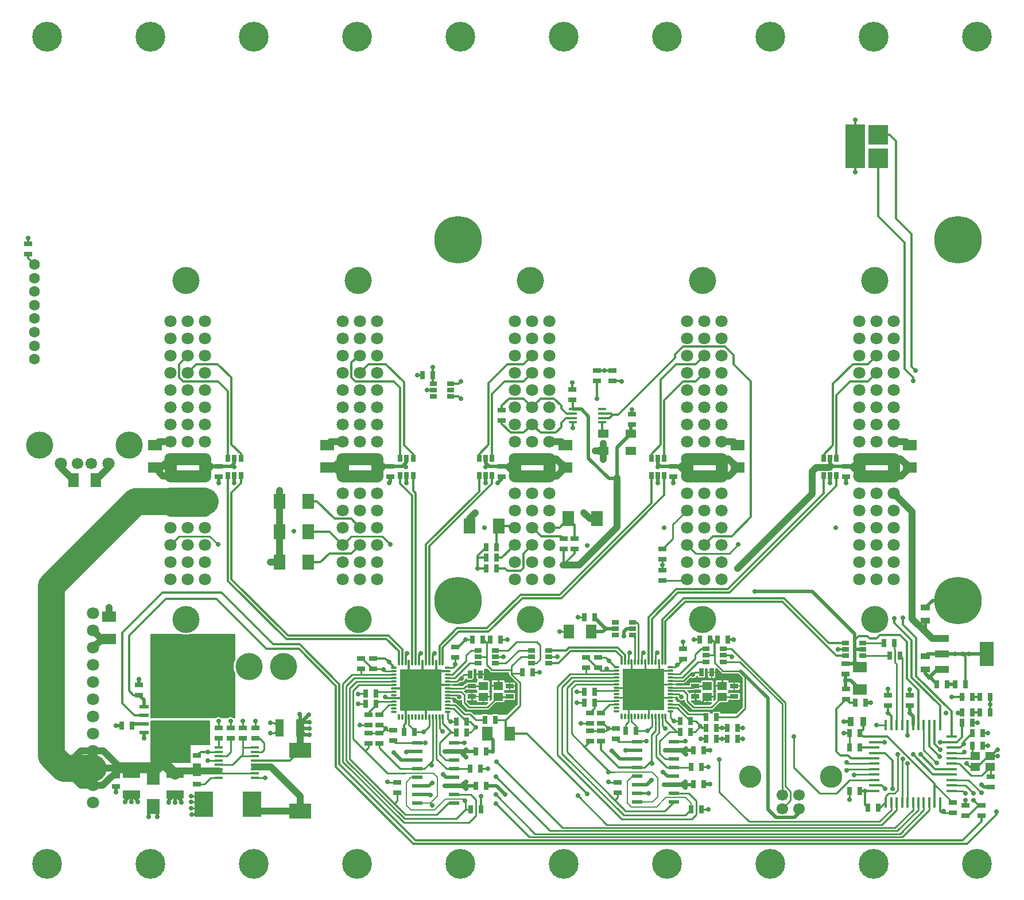
<source format=gbl>
G04 (created by PCBNEW (2013-07-07 BZR 4022)-stable) date 20/12/2013 16:02:35*
%MOIN*%
G04 Gerber Fmt 3.4, Leading zero omitted, Abs format*
%FSLAX34Y34*%
G01*
G70*
G90*
G04 APERTURE LIST*
%ADD10C,0.00590551*%
%ADD11C,0.0669291*%
%ADD12C,0.1299*%
%ADD13R,0.0610236X0.023622*%
%ADD14R,0.0709X0.0858*%
%ADD15R,0.075X0.085*%
%ADD16R,0.0394X0.0276*%
%ADD17R,0.0276X0.0394*%
%ADD18R,0.1X0.05*%
%ADD19R,0.05X0.1*%
%ADD20R,0.06X0.08*%
%ADD21R,0.08X0.06*%
%ADD22R,0.045X0.025*%
%ADD23R,0.025X0.045*%
%ADD24R,0.1102X0.1516*%
%ADD25C,0.0708661*%
%ADD26R,0.0512X0.0157*%
%ADD27R,0.0551181X0.0472441*%
%ADD28R,0.05X0.015*%
%ADD29R,0.063X0.0472*%
%ADD30R,0.1299X0.0866*%
%ADD31C,0.15748*%
%ADD32C,0.173228*%
%ADD33R,0.06X0.016*%
%ADD34R,0.016X0.06*%
%ADD35C,0.0629921*%
%ADD36R,0.08X0.144*%
%ADD37R,0.08X0.04*%
%ADD38R,0.0551X0.0236*%
%ADD39R,0.055X0.035*%
%ADD40R,0.035X0.055*%
%ADD41R,0.11811X0.11811*%
%ADD42R,0.11811X0.251968*%
%ADD43C,0.275591*%
%ADD44O,0.011811X0.0393701*%
%ADD45O,0.0393701X0.011811*%
%ADD46R,0.240157X0.240157*%
%ADD47C,0.0275591*%
%ADD48C,0.019685*%
%ADD49C,0.0393701*%
%ADD50C,0.15748*%
%ADD51C,0.0688976*%
%ADD52C,0.00984252*%
%ADD53C,0.011811*%
%ADD54C,0.0629921*%
%ADD55C,0.0275591*%
%ADD56C,0.00787402*%
G04 APERTURE END LIST*
G54D10*
G54D11*
X105039Y-64153D03*
X104055Y-64153D03*
X104055Y-63366D03*
X105039Y-63366D03*
G54D12*
X102185Y-62303D03*
X106909Y-62303D03*
G54D13*
X85000Y-60336D03*
X85000Y-60836D03*
X85000Y-61336D03*
X85000Y-61836D03*
X85000Y-62336D03*
X85000Y-62836D03*
X85000Y-63336D03*
X85000Y-63836D03*
X82874Y-63836D03*
X82874Y-63336D03*
X82874Y-62836D03*
X82874Y-62336D03*
X82874Y-61836D03*
X82874Y-61336D03*
X82874Y-60836D03*
X82874Y-60336D03*
G54D14*
X76543Y-46279D03*
X74873Y-46279D03*
X87586Y-47716D03*
X85916Y-47716D03*
X91645Y-47303D03*
X93315Y-47303D03*
X76523Y-48051D03*
X74853Y-48051D03*
X76543Y-49822D03*
X74873Y-49822D03*
G54D15*
X67519Y-62309D03*
X67519Y-64029D03*
G54D13*
X97775Y-60257D03*
X97775Y-60757D03*
X97775Y-61257D03*
X97775Y-61757D03*
X97775Y-62257D03*
X97775Y-62757D03*
X97775Y-63257D03*
X97775Y-63757D03*
X95649Y-63757D03*
X95649Y-63257D03*
X95649Y-62757D03*
X95649Y-62257D03*
X95649Y-61757D03*
X95649Y-61257D03*
X95649Y-60757D03*
X95649Y-60257D03*
G54D16*
X108748Y-55256D03*
X108748Y-54881D03*
X108748Y-54506D03*
X107748Y-54506D03*
X107748Y-54881D03*
X107748Y-55256D03*
X89500Y-54939D03*
X89500Y-55314D03*
X89500Y-55689D03*
X90500Y-55689D03*
X90500Y-55314D03*
X90500Y-54939D03*
X94381Y-53306D03*
X94381Y-53681D03*
X94381Y-54056D03*
X95381Y-54056D03*
X95381Y-53681D03*
X95381Y-53306D03*
G54D17*
X107205Y-43791D03*
X106830Y-43791D03*
X106455Y-43791D03*
X106455Y-44791D03*
X106830Y-44791D03*
X107205Y-44791D03*
X97205Y-43791D03*
X96830Y-43791D03*
X96455Y-43791D03*
X96455Y-44791D03*
X96830Y-44791D03*
X97205Y-44791D03*
X87205Y-43791D03*
X86830Y-43791D03*
X86455Y-43791D03*
X86455Y-44791D03*
X86830Y-44791D03*
X87205Y-44791D03*
X82619Y-43791D03*
X82244Y-43791D03*
X81869Y-43791D03*
X81869Y-44791D03*
X82244Y-44791D03*
X82619Y-44791D03*
X72619Y-43791D03*
X72244Y-43791D03*
X71869Y-43791D03*
X71869Y-44791D03*
X72244Y-44791D03*
X72619Y-44791D03*
G54D16*
X86389Y-54939D03*
X86389Y-55314D03*
X86389Y-55689D03*
X87389Y-55689D03*
X87389Y-55314D03*
X87389Y-54939D03*
X99637Y-54861D03*
X99637Y-55236D03*
X99637Y-55611D03*
X100637Y-55611D03*
X100637Y-55236D03*
X100637Y-54861D03*
G54D18*
X66259Y-62116D03*
X66259Y-63316D03*
G54D19*
X76052Y-59468D03*
X74852Y-59468D03*
G54D18*
X68799Y-62116D03*
X68799Y-63316D03*
G54D20*
X92972Y-53858D03*
X91672Y-53858D03*
G54D21*
X108562Y-55905D03*
X108562Y-57205D03*
X111456Y-44331D03*
X111456Y-43031D03*
G54D20*
X88248Y-59803D03*
X86948Y-59803D03*
G54D21*
X101456Y-44331D03*
X101456Y-43031D03*
X91456Y-44331D03*
X91456Y-43031D03*
X77618Y-44331D03*
X77618Y-43031D03*
G54D20*
X62893Y-45059D03*
X64193Y-45059D03*
G54D21*
X67637Y-44331D03*
X67637Y-43031D03*
G54D22*
X80669Y-59276D03*
X80669Y-58676D03*
X92657Y-55369D03*
X92657Y-55969D03*
G54D23*
X79857Y-58070D03*
X80457Y-58070D03*
G54D22*
X94507Y-62613D03*
X94507Y-63213D03*
G54D23*
X93154Y-57362D03*
X92554Y-57362D03*
G54D22*
X93523Y-59197D03*
X93523Y-58597D03*
G54D23*
X99866Y-54311D03*
X99266Y-54311D03*
X99374Y-61732D03*
X98774Y-61732D03*
X86786Y-58976D03*
X87386Y-58976D03*
X87101Y-54330D03*
X87701Y-54330D03*
G54D22*
X92893Y-59621D03*
X92893Y-60221D03*
G54D23*
X80457Y-57440D03*
X79857Y-57440D03*
X99640Y-58818D03*
X100240Y-58818D03*
X98744Y-59685D03*
X98144Y-59685D03*
X85733Y-59724D03*
X85133Y-59724D03*
G54D22*
X94389Y-59503D03*
X94389Y-60103D03*
X93523Y-59621D03*
X93523Y-60221D03*
G54D23*
X99374Y-64173D03*
X98774Y-64173D03*
X92554Y-57992D03*
X93154Y-57992D03*
G54D22*
X80669Y-59739D03*
X80669Y-60339D03*
X91988Y-48459D03*
X91988Y-49059D03*
X91358Y-48459D03*
X91358Y-49059D03*
G54D23*
X87465Y-49566D03*
X86865Y-49566D03*
X87465Y-50196D03*
X86865Y-50196D03*
G54D22*
X87775Y-40999D03*
X87775Y-41599D03*
X80039Y-59739D03*
X80039Y-60339D03*
G54D23*
X86559Y-64173D03*
X85959Y-64173D03*
G54D22*
X81456Y-59581D03*
X81456Y-60181D03*
G54D23*
X87465Y-48937D03*
X86865Y-48937D03*
G54D22*
X81692Y-62613D03*
X81692Y-63213D03*
X79606Y-55408D03*
X79606Y-56008D03*
G54D23*
X86520Y-61811D03*
X85920Y-61811D03*
G54D22*
X72736Y-60044D03*
X72736Y-59444D03*
G54D23*
X98892Y-60767D03*
X99492Y-60767D03*
G54D22*
X73464Y-60044D03*
X73464Y-59444D03*
X71318Y-60044D03*
X71318Y-59444D03*
X72027Y-60044D03*
X72027Y-59444D03*
G54D23*
X93154Y-53031D03*
X92554Y-53031D03*
G54D22*
X92893Y-58597D03*
X92893Y-59197D03*
X107736Y-55723D03*
X107736Y-56323D03*
X101279Y-57622D03*
X101279Y-57022D03*
X98996Y-57022D03*
X98996Y-57622D03*
G54D23*
X88951Y-56220D03*
X89551Y-56220D03*
X100310Y-54311D03*
X100910Y-54311D03*
X99365Y-56220D03*
X99965Y-56220D03*
G54D22*
X93366Y-55969D03*
X93366Y-55369D03*
X70078Y-61658D03*
X70078Y-61058D03*
X80039Y-58676D03*
X80039Y-59276D03*
G54D23*
X86255Y-60826D03*
X86855Y-60826D03*
G54D22*
X88228Y-57622D03*
X88228Y-57022D03*
X86023Y-57022D03*
X86023Y-57622D03*
G54D23*
X86677Y-54330D03*
X86077Y-54330D03*
G54D22*
X97736Y-44266D03*
X97736Y-44866D03*
X107775Y-44266D03*
X107775Y-44866D03*
X87755Y-44266D03*
X87755Y-44866D03*
X95334Y-41815D03*
X95334Y-41215D03*
X81299Y-44266D03*
X81299Y-44866D03*
X91870Y-40378D03*
X91870Y-39778D03*
X71318Y-44266D03*
X71318Y-44866D03*
G54D23*
X82701Y-59685D03*
X82101Y-59685D03*
X85920Y-56338D03*
X86520Y-56338D03*
G54D22*
X80314Y-56008D03*
X80314Y-55408D03*
X65374Y-62239D03*
X65374Y-62839D03*
X70078Y-62121D03*
X70078Y-62721D03*
G54D24*
X73276Y-63877D03*
X70464Y-63877D03*
G54D25*
X64039Y-63787D03*
X64039Y-62787D03*
X64039Y-61787D03*
X64039Y-60787D03*
X64039Y-59787D03*
X64039Y-58787D03*
X64039Y-57787D03*
X64039Y-56787D03*
X64039Y-55787D03*
X64039Y-54787D03*
X64039Y-53787D03*
X64039Y-52787D03*
G54D26*
X71328Y-62351D03*
X71328Y-62101D03*
X71328Y-61851D03*
X71328Y-61601D03*
X71328Y-61351D03*
X71328Y-61101D03*
X71328Y-60851D03*
X71328Y-60601D03*
X73434Y-60601D03*
X73434Y-60851D03*
X73434Y-61101D03*
X73434Y-61351D03*
X73434Y-61601D03*
X73434Y-61851D03*
X73434Y-62101D03*
X73434Y-62351D03*
G54D27*
X86692Y-57007D03*
X87559Y-57007D03*
X87559Y-57637D03*
X86692Y-57637D03*
X99704Y-57007D03*
X100570Y-57007D03*
X100570Y-57637D03*
X99704Y-57637D03*
G54D28*
X93605Y-40934D03*
X93605Y-41190D03*
X93605Y-41446D03*
X93605Y-41702D03*
X91905Y-41702D03*
X91905Y-41446D03*
X91905Y-41190D03*
X91905Y-40934D03*
G54D29*
X95255Y-43346D03*
X93681Y-43346D03*
X93681Y-42362D03*
X95255Y-42362D03*
G54D30*
X76062Y-64271D03*
X76062Y-60767D03*
G54D25*
X108537Y-35807D03*
X108537Y-36807D03*
X108537Y-37807D03*
X108537Y-38807D03*
X108537Y-39807D03*
X108537Y-40807D03*
X108537Y-41807D03*
X108537Y-42807D03*
X108537Y-43807D03*
X108537Y-44807D03*
X108537Y-45807D03*
X108537Y-46807D03*
X108537Y-47807D03*
X108537Y-48807D03*
X108537Y-49807D03*
X108537Y-50807D03*
X109537Y-35807D03*
X109537Y-36807D03*
X109537Y-37807D03*
X109537Y-38807D03*
X109537Y-39807D03*
X109537Y-40807D03*
X109537Y-41807D03*
X109537Y-42807D03*
X109537Y-43807D03*
X109537Y-44807D03*
X109537Y-45807D03*
X109537Y-46807D03*
X109537Y-47807D03*
X109537Y-48807D03*
X109537Y-49807D03*
X109537Y-50807D03*
X110537Y-35807D03*
X110537Y-36807D03*
X110537Y-37807D03*
X110537Y-38807D03*
X110537Y-39807D03*
X110537Y-40807D03*
X110537Y-41807D03*
X110537Y-42807D03*
X110537Y-43807D03*
X110537Y-44807D03*
X110537Y-45807D03*
X110537Y-46807D03*
X110537Y-47807D03*
X110537Y-48807D03*
X110537Y-49807D03*
X110537Y-50807D03*
G54D31*
X109419Y-33464D03*
X109419Y-53149D03*
G54D25*
X68537Y-35807D03*
X68537Y-36807D03*
X68537Y-37807D03*
X68537Y-38807D03*
X68537Y-39807D03*
X68537Y-40807D03*
X68537Y-41807D03*
X68537Y-42807D03*
X68537Y-43807D03*
X68537Y-44807D03*
X68537Y-45807D03*
X68537Y-46807D03*
X68537Y-47807D03*
X68537Y-48807D03*
X68537Y-49807D03*
X68537Y-50807D03*
X69537Y-35807D03*
X69537Y-36807D03*
X69537Y-37807D03*
X69537Y-38807D03*
X69537Y-39807D03*
X69537Y-40807D03*
X69537Y-41807D03*
X69537Y-42807D03*
X69537Y-43807D03*
X69537Y-44807D03*
X69537Y-45807D03*
X69537Y-46807D03*
X69537Y-47807D03*
X69537Y-48807D03*
X69537Y-49807D03*
X69537Y-50807D03*
X70537Y-35807D03*
X70537Y-36807D03*
X70537Y-37807D03*
X70537Y-38807D03*
X70537Y-39807D03*
X70537Y-40807D03*
X70537Y-41807D03*
X70537Y-42807D03*
X70537Y-43807D03*
X70537Y-44807D03*
X70537Y-45807D03*
X70537Y-46807D03*
X70537Y-47807D03*
X70537Y-48807D03*
X70537Y-49807D03*
X70537Y-50807D03*
G54D31*
X69419Y-33464D03*
X69419Y-53149D03*
G54D25*
X78537Y-35807D03*
X78537Y-36807D03*
X78537Y-37807D03*
X78537Y-38807D03*
X78537Y-39807D03*
X78537Y-40807D03*
X78537Y-41807D03*
X78537Y-42807D03*
X78537Y-43807D03*
X78537Y-44807D03*
X78537Y-45807D03*
X78537Y-46807D03*
X78537Y-47807D03*
X78537Y-48807D03*
X78537Y-49807D03*
X78537Y-50807D03*
X79537Y-35807D03*
X79537Y-36807D03*
X79537Y-37807D03*
X79537Y-38807D03*
X79537Y-39807D03*
X79537Y-40807D03*
X79537Y-41807D03*
X79537Y-42807D03*
X79537Y-43807D03*
X79537Y-44807D03*
X79537Y-45807D03*
X79537Y-46807D03*
X79537Y-47807D03*
X79537Y-48807D03*
X79537Y-49807D03*
X79537Y-50807D03*
X80537Y-35807D03*
X80537Y-36807D03*
X80537Y-37807D03*
X80537Y-38807D03*
X80537Y-39807D03*
X80537Y-40807D03*
X80537Y-41807D03*
X80537Y-42807D03*
X80537Y-43807D03*
X80537Y-44807D03*
X80537Y-45807D03*
X80537Y-46807D03*
X80537Y-47807D03*
X80537Y-48807D03*
X80537Y-49807D03*
X80537Y-50807D03*
G54D31*
X79419Y-33464D03*
X79419Y-53149D03*
G54D25*
X88537Y-35807D03*
X88537Y-36807D03*
X88537Y-37807D03*
X88537Y-38807D03*
X88537Y-39807D03*
X88537Y-40807D03*
X88537Y-41807D03*
X88537Y-42807D03*
X88537Y-43807D03*
X88537Y-44807D03*
X88537Y-45807D03*
X88537Y-46807D03*
X88537Y-47807D03*
X88537Y-48807D03*
X88537Y-49807D03*
X88537Y-50807D03*
X89537Y-35807D03*
X89537Y-36807D03*
X89537Y-37807D03*
X89537Y-38807D03*
X89537Y-39807D03*
X89537Y-40807D03*
X89537Y-41807D03*
X89537Y-42807D03*
X89537Y-43807D03*
X89537Y-44807D03*
X89537Y-45807D03*
X89537Y-46807D03*
X89537Y-47807D03*
X89537Y-48807D03*
X89537Y-49807D03*
X89537Y-50807D03*
X90537Y-35807D03*
X90537Y-36807D03*
X90537Y-37807D03*
X90537Y-38807D03*
X90537Y-39807D03*
X90537Y-40807D03*
X90537Y-41807D03*
X90537Y-42807D03*
X90537Y-43807D03*
X90537Y-44807D03*
X90537Y-45807D03*
X90537Y-46807D03*
X90537Y-47807D03*
X90537Y-48807D03*
X90537Y-49807D03*
X90537Y-50807D03*
G54D31*
X89419Y-33464D03*
X89419Y-53149D03*
G54D25*
X98537Y-35807D03*
X98537Y-36807D03*
X98537Y-37807D03*
X98537Y-38807D03*
X98537Y-39807D03*
X98537Y-40807D03*
X98537Y-41807D03*
X98537Y-42807D03*
X98537Y-43807D03*
X98537Y-44807D03*
X98537Y-45807D03*
X98537Y-46807D03*
X98537Y-47807D03*
X98537Y-48807D03*
X98537Y-49807D03*
X98537Y-50807D03*
X99537Y-35807D03*
X99537Y-36807D03*
X99537Y-37807D03*
X99537Y-38807D03*
X99537Y-39807D03*
X99537Y-40807D03*
X99537Y-41807D03*
X99537Y-42807D03*
X99537Y-43807D03*
X99537Y-44807D03*
X99537Y-45807D03*
X99537Y-46807D03*
X99537Y-47807D03*
X99537Y-48807D03*
X99537Y-49807D03*
X99537Y-50807D03*
X100537Y-35807D03*
X100537Y-36807D03*
X100537Y-37807D03*
X100537Y-38807D03*
X100537Y-39807D03*
X100537Y-40807D03*
X100537Y-41807D03*
X100537Y-42807D03*
X100537Y-43807D03*
X100537Y-44807D03*
X100537Y-45807D03*
X100537Y-46807D03*
X100537Y-47807D03*
X100537Y-48807D03*
X100537Y-49807D03*
X100537Y-50807D03*
G54D31*
X99419Y-33464D03*
X99419Y-53149D03*
G54D22*
X98287Y-55457D03*
X98287Y-54857D03*
X85078Y-55339D03*
X85078Y-54739D03*
G54D23*
X95555Y-59606D03*
X94955Y-59606D03*
X86255Y-62834D03*
X86855Y-62834D03*
X98892Y-62736D03*
X99492Y-62736D03*
X85733Y-59094D03*
X85133Y-59094D03*
X98744Y-59055D03*
X98144Y-59055D03*
G54D31*
X69086Y-55885D03*
X71086Y-55885D03*
X73086Y-55885D03*
X75086Y-55885D03*
G54D25*
X62165Y-44074D03*
G54D11*
X63149Y-44074D03*
X63937Y-44074D03*
G54D25*
X64921Y-44074D03*
G54D31*
X60944Y-43011D03*
X66141Y-43011D03*
G54D21*
X64980Y-54272D03*
X64980Y-52972D03*
G54D32*
X91374Y-67342D03*
X61374Y-67342D03*
X67374Y-67342D03*
X73374Y-67342D03*
X115374Y-67342D03*
X79374Y-67342D03*
X91374Y-19271D03*
X115374Y-19271D03*
X109374Y-19271D03*
X103374Y-19271D03*
X97374Y-19271D03*
X85374Y-19271D03*
X79374Y-19271D03*
X73374Y-19271D03*
X67374Y-19271D03*
X61374Y-19271D03*
X97374Y-67342D03*
X109374Y-67342D03*
X85374Y-67342D03*
X103374Y-67342D03*
G54D33*
X109403Y-61535D03*
X109403Y-61220D03*
X109403Y-60905D03*
X109403Y-60590D03*
X109403Y-60275D03*
X109403Y-59960D03*
X109403Y-61850D03*
X109403Y-62165D03*
X109403Y-62480D03*
X109403Y-62795D03*
X109403Y-63110D03*
X113903Y-61535D03*
X113903Y-61220D03*
X113903Y-60905D03*
X113903Y-60590D03*
X113903Y-60275D03*
X113903Y-59960D03*
X113903Y-61850D03*
X113903Y-62165D03*
X113903Y-62480D03*
X113903Y-62795D03*
X113903Y-63110D03*
G54D34*
X111653Y-59285D03*
X111653Y-63785D03*
X111968Y-59285D03*
X111968Y-63785D03*
X112283Y-63785D03*
X112283Y-59285D03*
X112598Y-59285D03*
X112598Y-63785D03*
X112913Y-63785D03*
X112913Y-59285D03*
X113228Y-59285D03*
X113228Y-63785D03*
X111338Y-63785D03*
X111338Y-59285D03*
X111023Y-59285D03*
X111023Y-63785D03*
X110708Y-63785D03*
X110708Y-59285D03*
X110393Y-59285D03*
X110393Y-63785D03*
X110078Y-63785D03*
X110078Y-59285D03*
G54D35*
X60649Y-32519D03*
X60649Y-33307D03*
X60649Y-34094D03*
X60649Y-34881D03*
X60649Y-35669D03*
X60649Y-36456D03*
X60649Y-37244D03*
X60649Y-38031D03*
G54D16*
X84791Y-40197D03*
X84791Y-39822D03*
X84791Y-39447D03*
X83791Y-39447D03*
X83791Y-39822D03*
X83791Y-40197D03*
G54D36*
X115945Y-55157D03*
G54D37*
X113345Y-55157D03*
X113345Y-54257D03*
X113345Y-56057D03*
G54D38*
X67001Y-58206D03*
X69101Y-58206D03*
X67001Y-58706D03*
X67001Y-59206D03*
X67001Y-59706D03*
X69101Y-58706D03*
X69101Y-59206D03*
X69101Y-59706D03*
G54D39*
X112362Y-55294D03*
X112362Y-56044D03*
X112381Y-53209D03*
X112381Y-52459D03*
G54D40*
X108780Y-59094D03*
X108030Y-59094D03*
G54D23*
X99640Y-60078D03*
X100240Y-60078D03*
G54D22*
X107775Y-57800D03*
X107775Y-57200D03*
G54D23*
X99640Y-59468D03*
X100240Y-59468D03*
G54D22*
X97106Y-50290D03*
X97106Y-50890D03*
G54D23*
X100881Y-60078D03*
X101481Y-60078D03*
X100881Y-59468D03*
X101481Y-59468D03*
G54D22*
X94192Y-38676D03*
X94192Y-39276D03*
X93307Y-38676D03*
X93307Y-39276D03*
G54D23*
X114689Y-56929D03*
X114089Y-56929D03*
X113646Y-56929D03*
X113046Y-56929D03*
G54D22*
X115629Y-63951D03*
X115629Y-64551D03*
X114704Y-64551D03*
X114704Y-63951D03*
G54D23*
X108902Y-57992D03*
X108302Y-57992D03*
X109975Y-54507D03*
X110575Y-54507D03*
X110290Y-55255D03*
X110890Y-55255D03*
X115526Y-58543D03*
X116126Y-58543D03*
X114503Y-58543D03*
X115103Y-58543D03*
X115526Y-57637D03*
X116126Y-57637D03*
X114503Y-57637D03*
X115103Y-57637D03*
G54D22*
X97106Y-49050D03*
X97106Y-49650D03*
G54D23*
X115103Y-59153D03*
X114503Y-59153D03*
X109050Y-64094D03*
X109650Y-64094D03*
X108567Y-59763D03*
X107967Y-59763D03*
G54D22*
X113956Y-63794D03*
X113956Y-64394D03*
X60275Y-31933D03*
X60275Y-31333D03*
G54D23*
X66284Y-59330D03*
X65684Y-59330D03*
G54D22*
X66712Y-57544D03*
X66712Y-56944D03*
G54D23*
X115113Y-60472D03*
X115713Y-60472D03*
G54D22*
X116161Y-62278D03*
X116161Y-62878D03*
G54D23*
X108567Y-60590D03*
X107967Y-60590D03*
G54D22*
X111476Y-58154D03*
X111476Y-57554D03*
G54D23*
X83764Y-38937D03*
X83164Y-38937D03*
G54D22*
X110216Y-58154D03*
X110216Y-57554D03*
G54D23*
X115093Y-59763D03*
X115693Y-59763D03*
X108567Y-63110D03*
X107967Y-63110D03*
G54D41*
X109645Y-26338D03*
X109645Y-25000D03*
G54D42*
X108307Y-25669D03*
G54D27*
X115255Y-61102D03*
X116122Y-61102D03*
X116122Y-61732D03*
X115255Y-61732D03*
G54D43*
X85236Y-52047D03*
X114251Y-31102D03*
X85236Y-31102D03*
X114251Y-52047D03*
G54D44*
X94724Y-55629D03*
X94921Y-55629D03*
X95118Y-55629D03*
X95314Y-55629D03*
X95511Y-55629D03*
X95708Y-55629D03*
X95905Y-55629D03*
X96102Y-55629D03*
X96299Y-55629D03*
X96496Y-55629D03*
X96692Y-55629D03*
X96889Y-55629D03*
X97086Y-55629D03*
X97283Y-55629D03*
G54D45*
X97578Y-55925D03*
X97578Y-56122D03*
X97578Y-56318D03*
X97578Y-56515D03*
X97578Y-56712D03*
X97578Y-56909D03*
X97578Y-57106D03*
X97578Y-57303D03*
X97578Y-57500D03*
X97578Y-57696D03*
X97578Y-57893D03*
X97578Y-58090D03*
X97578Y-58287D03*
X97578Y-58484D03*
G54D44*
X97283Y-58779D03*
X97086Y-58779D03*
X96889Y-58779D03*
X96692Y-58779D03*
X96496Y-58779D03*
X96299Y-58779D03*
X96102Y-58779D03*
X95905Y-58779D03*
X95708Y-58779D03*
X95511Y-58779D03*
X95314Y-58779D03*
X95118Y-58779D03*
X94921Y-58779D03*
X94724Y-58779D03*
G54D45*
X94429Y-58484D03*
X94429Y-58287D03*
X94429Y-58090D03*
X94429Y-57893D03*
X94429Y-57696D03*
X94429Y-57500D03*
X94429Y-57303D03*
X94429Y-57106D03*
X94429Y-56909D03*
X94429Y-56712D03*
X94429Y-56515D03*
X94429Y-56318D03*
X94429Y-56122D03*
X94429Y-55925D03*
G54D46*
X96003Y-57204D03*
G54D44*
X81791Y-55669D03*
X81988Y-55669D03*
X82185Y-55669D03*
X82381Y-55669D03*
X82578Y-55669D03*
X82775Y-55669D03*
X82972Y-55669D03*
X83169Y-55669D03*
X83366Y-55669D03*
X83562Y-55669D03*
X83759Y-55669D03*
X83956Y-55669D03*
X84153Y-55669D03*
X84350Y-55669D03*
G54D45*
X84645Y-55964D03*
X84645Y-56161D03*
X84645Y-56358D03*
X84645Y-56555D03*
X84645Y-56751D03*
X84645Y-56948D03*
X84645Y-57145D03*
X84645Y-57342D03*
X84645Y-57539D03*
X84645Y-57736D03*
X84645Y-57933D03*
X84645Y-58129D03*
X84645Y-58326D03*
X84645Y-58523D03*
G54D44*
X84350Y-58818D03*
X84153Y-58818D03*
X83956Y-58818D03*
X83759Y-58818D03*
X83562Y-58818D03*
X83366Y-58818D03*
X83169Y-58818D03*
X82972Y-58818D03*
X82775Y-58818D03*
X82578Y-58818D03*
X82381Y-58818D03*
X82185Y-58818D03*
X81988Y-58818D03*
X81791Y-58818D03*
G54D45*
X81496Y-58523D03*
X81496Y-58326D03*
X81496Y-58129D03*
X81496Y-57933D03*
X81496Y-57736D03*
X81496Y-57539D03*
X81496Y-57342D03*
X81496Y-57145D03*
X81496Y-56948D03*
X81496Y-56751D03*
X81496Y-56555D03*
X81496Y-56358D03*
X81496Y-56161D03*
X81496Y-55964D03*
G54D46*
X83070Y-57244D03*
G54D47*
X70098Y-59704D03*
X68267Y-59212D03*
X68267Y-60177D03*
X67578Y-60748D03*
X69101Y-60708D03*
X68602Y-61259D03*
X70570Y-60216D03*
X70570Y-59232D03*
X69822Y-60216D03*
X69101Y-60196D03*
X68267Y-59704D03*
X68444Y-60629D03*
X67578Y-59251D03*
X67578Y-61259D03*
X69468Y-61259D03*
X67578Y-60255D03*
X69803Y-59206D03*
X80905Y-56062D03*
X86555Y-63405D03*
X99311Y-59370D03*
X91358Y-49960D03*
X86358Y-50196D03*
X76043Y-58661D03*
X76555Y-58700D03*
X76594Y-59133D03*
X76594Y-59488D03*
X76594Y-59842D03*
X96240Y-59606D03*
X95216Y-55098D03*
X96003Y-55098D03*
X96791Y-55098D03*
X98877Y-56338D03*
X97964Y-55779D03*
X99783Y-61732D03*
X99783Y-64173D03*
X98208Y-57637D03*
X93877Y-56023D03*
X93956Y-62598D03*
X92145Y-57992D03*
X86259Y-59409D03*
X93956Y-59488D03*
X85078Y-55748D03*
X82283Y-55118D03*
X83070Y-55118D03*
X83858Y-55118D03*
X81141Y-62598D03*
X81023Y-59488D03*
X79448Y-58070D03*
X83228Y-59685D03*
X85314Y-57637D03*
X85433Y-56574D03*
X86968Y-61811D03*
X83779Y-38484D03*
X93720Y-38681D03*
X113562Y-58602D03*
X111476Y-58602D03*
X99350Y-60078D03*
X85708Y-61141D03*
X85708Y-60728D03*
X98425Y-62578D03*
X98425Y-62913D03*
X97185Y-62755D03*
X84468Y-62834D03*
X98464Y-60649D03*
X98464Y-60984D03*
X84468Y-60807D03*
X97263Y-60748D03*
X85688Y-62578D03*
X85688Y-62972D03*
X116496Y-64330D03*
X115393Y-59153D03*
X108877Y-63110D03*
X107618Y-59094D03*
X109212Y-57992D03*
X114527Y-55157D03*
X114606Y-60393D03*
X110216Y-58582D03*
X114901Y-55157D03*
X114114Y-55157D03*
X85393Y-39311D03*
X94724Y-39311D03*
X112086Y-61003D03*
X85393Y-40314D03*
X93307Y-40314D03*
X111653Y-61003D03*
X115157Y-63641D03*
X110472Y-62972D03*
X107814Y-61456D03*
X97106Y-49980D03*
X100551Y-59468D03*
X107814Y-61929D03*
X100570Y-60078D03*
X108248Y-62185D03*
X114251Y-58582D03*
X113208Y-61122D03*
X113897Y-57637D03*
X113228Y-60708D03*
X110551Y-53090D03*
X111338Y-61535D03*
X111062Y-61259D03*
X111062Y-53070D03*
X102460Y-51535D03*
X94960Y-60748D03*
X101456Y-50196D03*
X94173Y-60787D03*
X96476Y-62480D03*
X93799Y-53700D03*
X92726Y-63297D03*
X96299Y-63248D03*
X96850Y-44271D03*
X82244Y-60846D03*
X86850Y-44271D03*
X81496Y-60885D03*
X82204Y-44271D03*
X83720Y-62657D03*
X72224Y-44271D03*
X83641Y-63346D03*
X108307Y-27145D03*
X108307Y-24114D03*
X115649Y-62755D03*
X87952Y-63307D03*
X83425Y-39822D03*
X82854Y-38937D03*
X60275Y-30984D03*
X116126Y-58090D03*
X116555Y-60728D03*
X116555Y-61102D03*
X116003Y-60472D03*
X115984Y-59763D03*
X114645Y-60846D03*
X67755Y-64606D03*
X67263Y-64606D03*
X68444Y-63779D03*
X69173Y-63779D03*
X68799Y-63779D03*
X66633Y-63759D03*
X65885Y-63759D03*
X66259Y-63759D03*
X65374Y-63188D03*
X95334Y-40944D03*
X93208Y-43346D03*
X93681Y-42913D03*
X93681Y-43858D03*
X92539Y-46948D03*
X86240Y-46948D03*
X74881Y-45649D03*
X74350Y-49822D03*
X113425Y-64271D03*
X114704Y-63661D03*
X65354Y-59330D03*
X66712Y-56614D03*
X67007Y-60059D03*
X64980Y-52440D03*
X107736Y-56692D03*
X101751Y-60078D03*
X101771Y-59468D03*
X107972Y-63622D03*
X107775Y-45216D03*
X97736Y-45236D03*
X81220Y-45236D03*
X71318Y-45236D03*
X87519Y-45236D03*
X91870Y-39389D03*
X91909Y-42007D03*
X107618Y-59763D03*
X110000Y-60275D03*
X110019Y-62972D03*
X111476Y-57204D03*
X110216Y-57185D03*
X111338Y-59881D03*
X112598Y-56535D03*
X114763Y-61535D03*
X107303Y-54881D03*
X106830Y-45216D03*
X85669Y-54330D03*
X96830Y-45216D03*
X86830Y-45216D03*
X82244Y-45216D03*
X72244Y-45216D03*
X81220Y-55629D03*
X101240Y-54311D03*
X98937Y-54311D03*
X97775Y-59055D03*
X84015Y-56299D03*
X82125Y-56299D03*
X83976Y-58188D03*
X82165Y-58188D03*
X95137Y-56299D03*
X96909Y-56299D03*
X96870Y-58070D03*
X95137Y-58110D03*
X91122Y-53858D03*
X94862Y-54133D03*
X92185Y-53031D03*
X87244Y-60826D03*
X99881Y-60767D03*
X99862Y-62736D03*
X98425Y-60216D03*
X85590Y-60334D03*
X70688Y-60866D03*
X70688Y-61338D03*
X71318Y-59055D03*
X72736Y-59055D03*
X73464Y-59055D03*
X74035Y-62342D03*
X69744Y-63405D03*
X69744Y-63759D03*
X69744Y-64133D03*
X69763Y-64488D03*
X72027Y-59055D03*
X101141Y-55334D03*
X87578Y-56456D03*
X100452Y-56456D03*
X90984Y-55314D03*
X89960Y-56220D03*
X87874Y-55314D03*
X84370Y-62165D03*
X97145Y-62007D03*
X98287Y-54448D03*
X99192Y-57992D03*
X86023Y-57992D03*
X93996Y-55551D03*
X92145Y-57362D03*
X84803Y-59094D03*
X92381Y-59173D03*
X80984Y-57637D03*
X88110Y-54330D03*
X79527Y-59291D03*
X79448Y-57480D03*
X74350Y-59153D03*
X74350Y-59744D03*
X87460Y-61417D03*
X84330Y-59645D03*
X83346Y-60314D03*
X115629Y-63228D03*
X107165Y-47814D03*
X97185Y-47814D03*
X86771Y-47814D03*
X75688Y-48011D03*
X113031Y-61496D03*
X109547Y-59271D03*
X83700Y-61633D03*
X87440Y-62303D03*
X87421Y-63326D03*
X85629Y-63681D03*
X83740Y-63956D03*
X87421Y-63838D03*
X104724Y-59940D03*
X96161Y-60236D03*
X97263Y-59488D03*
X96515Y-61515D03*
X100413Y-61299D03*
X93976Y-62027D03*
X92185Y-63385D03*
X114704Y-63267D03*
X115157Y-63248D03*
X101515Y-48799D03*
X92736Y-48838D03*
X81299Y-48779D03*
X71299Y-48799D03*
X111653Y-39291D03*
X113248Y-60275D03*
X111791Y-38681D03*
X110767Y-60984D03*
G54D48*
X112381Y-53209D02*
X112381Y-53877D01*
X112381Y-53877D02*
X112362Y-53858D01*
G54D49*
X110537Y-45807D02*
X111614Y-46883D01*
X112761Y-54257D02*
X113345Y-54257D01*
X111614Y-53110D02*
X112362Y-53858D01*
X112362Y-53858D02*
X112761Y-54257D01*
X111614Y-46883D02*
X111614Y-53110D01*
G54D48*
X69101Y-59706D02*
X70096Y-59706D01*
X70096Y-59706D02*
X70098Y-59704D01*
X69101Y-59206D02*
X68273Y-59206D01*
X68273Y-59206D02*
X68267Y-59212D01*
X70570Y-60216D02*
X70570Y-59232D01*
X70545Y-59206D02*
X70570Y-59232D01*
X70545Y-59206D02*
X69803Y-59206D01*
X69822Y-60216D02*
X70570Y-60216D01*
X68267Y-59704D02*
X68267Y-60177D01*
X68267Y-60177D02*
X68267Y-60452D01*
X68269Y-59706D02*
X68267Y-59704D01*
X69101Y-59706D02*
X68269Y-59706D01*
X68267Y-60452D02*
X68444Y-60629D01*
X69101Y-59206D02*
X67624Y-59206D01*
X67624Y-59206D02*
X67578Y-59251D01*
X67578Y-60255D02*
X67578Y-60748D01*
X67578Y-60748D02*
X67578Y-61259D01*
X69101Y-60892D02*
X69101Y-60708D01*
X69101Y-60708D02*
X69101Y-60196D01*
X69101Y-60196D02*
X69101Y-59706D01*
X69101Y-60892D02*
X69468Y-61259D01*
X67578Y-61259D02*
X68602Y-61259D01*
X68602Y-61259D02*
X69468Y-61259D01*
X69803Y-59206D02*
X69101Y-59206D01*
G54D49*
X64039Y-62787D02*
X63318Y-62787D01*
X63318Y-62787D02*
X62318Y-61787D01*
X64039Y-60787D02*
X63318Y-60787D01*
X63318Y-60787D02*
X62318Y-61787D01*
G54D50*
X70537Y-46279D02*
X66515Y-46279D01*
X61594Y-61062D02*
X62318Y-61787D01*
X61594Y-51200D02*
X61594Y-61062D01*
X66515Y-46279D02*
X61594Y-51200D01*
X62318Y-61787D02*
X64039Y-61787D01*
G54D51*
X68537Y-46807D02*
X68537Y-45807D01*
X70537Y-46807D02*
X68537Y-46807D01*
X70537Y-45807D02*
X70537Y-46279D01*
X70537Y-46279D02*
X70537Y-46807D01*
X68537Y-45807D02*
X70537Y-45807D01*
G54D52*
X98537Y-46807D02*
X97716Y-47627D01*
X97716Y-48440D02*
X97106Y-49050D01*
X97716Y-47627D02*
X97716Y-48440D01*
G54D49*
X68537Y-46807D02*
X68537Y-46155D01*
X68537Y-46155D02*
X68537Y-45807D01*
X68537Y-45807D02*
X68537Y-46155D01*
G54D53*
X65374Y-62239D02*
X65374Y-62047D01*
X65374Y-62047D02*
X65669Y-61751D01*
G54D49*
X67519Y-62309D02*
X67519Y-61929D01*
X67519Y-61929D02*
X67342Y-61751D01*
X66259Y-62116D02*
X66259Y-61751D01*
G54D54*
X68799Y-62116D02*
X68770Y-62116D01*
X68770Y-62116D02*
X68080Y-61427D01*
X65610Y-61751D02*
X65669Y-61751D01*
X65669Y-61751D02*
X66259Y-61751D01*
X66259Y-61751D02*
X67342Y-61751D01*
X67342Y-61751D02*
X67755Y-61751D01*
X67755Y-61751D02*
X68080Y-61427D01*
G54D49*
X70118Y-61968D02*
X68947Y-61968D01*
X68947Y-61968D02*
X68799Y-62116D01*
X64039Y-60787D02*
X64645Y-60787D01*
X64645Y-60787D02*
X65610Y-61751D01*
X65610Y-61751D02*
X65629Y-61771D01*
X65629Y-61771D02*
X64055Y-61771D01*
X64055Y-61771D02*
X64039Y-61787D01*
X64614Y-62787D02*
X65629Y-61771D01*
X64039Y-62787D02*
X64614Y-62787D01*
G54D52*
X70078Y-61658D02*
X70078Y-61751D01*
X70078Y-61751D02*
X70295Y-61968D01*
X70078Y-62121D02*
X70078Y-62007D01*
X70078Y-62007D02*
X70118Y-61968D01*
G54D49*
X71328Y-61968D02*
X70295Y-61968D01*
X70295Y-61968D02*
X70118Y-61968D01*
G54D52*
X71328Y-62101D02*
X71328Y-61968D01*
X71328Y-61968D02*
X71328Y-61851D01*
X73434Y-62101D02*
X71328Y-62101D01*
G54D53*
X86559Y-64173D02*
X86559Y-63410D01*
X86559Y-63410D02*
X86555Y-63405D01*
G54D48*
X95255Y-42362D02*
X95255Y-41894D01*
X95255Y-41894D02*
X95334Y-41815D01*
X94468Y-44960D02*
X94468Y-43149D01*
X94468Y-43149D02*
X95255Y-42362D01*
X91905Y-40934D02*
X92391Y-40934D01*
X93996Y-44960D02*
X94468Y-44960D01*
X92814Y-43779D02*
X93996Y-44960D01*
X92814Y-41358D02*
X92814Y-43779D01*
X92391Y-40934D02*
X92814Y-41358D01*
G54D49*
X91338Y-49980D02*
X92283Y-49980D01*
X92283Y-49980D02*
X94468Y-47795D01*
X94468Y-47795D02*
X94468Y-44960D01*
X94468Y-44960D02*
X94468Y-44921D01*
G54D53*
X99640Y-59468D02*
X99409Y-59468D01*
X99409Y-59468D02*
X99311Y-59370D01*
X91358Y-49960D02*
X91338Y-49980D01*
X91338Y-49980D02*
X91988Y-49330D01*
X91358Y-49059D02*
X91358Y-49960D01*
X91988Y-49330D02*
X91988Y-49059D01*
X86865Y-49566D02*
X86358Y-49566D01*
X86358Y-50196D02*
X86358Y-49566D01*
X86358Y-49566D02*
X86358Y-49444D01*
X86865Y-50196D02*
X86358Y-50196D01*
X86358Y-49444D02*
X86865Y-48937D01*
X91905Y-40934D02*
X91905Y-40414D01*
X91905Y-40414D02*
X91870Y-40378D01*
G54D48*
X76052Y-59468D02*
X76052Y-58670D01*
X76052Y-58670D02*
X76043Y-58661D01*
X76555Y-58700D02*
X76052Y-59203D01*
X76052Y-59203D02*
X76052Y-59468D01*
X76052Y-59468D02*
X76052Y-59360D01*
X76279Y-59133D02*
X76594Y-59133D01*
X76052Y-59360D02*
X76279Y-59133D01*
X76052Y-59468D02*
X76220Y-59468D01*
X76240Y-59488D02*
X76594Y-59488D01*
X76220Y-59468D02*
X76240Y-59488D01*
X76052Y-59468D02*
X76052Y-59576D01*
X76318Y-59842D02*
X76594Y-59842D01*
X76052Y-59576D02*
X76318Y-59842D01*
G54D53*
X73434Y-61351D02*
X75479Y-61351D01*
X75479Y-61351D02*
X76062Y-60767D01*
G54D52*
X95555Y-59606D02*
X96240Y-59606D01*
X96496Y-59350D02*
X96240Y-59606D01*
X96496Y-59350D02*
X96496Y-58779D01*
X95118Y-55629D02*
X95118Y-55196D01*
X95118Y-55196D02*
X95216Y-55098D01*
X95905Y-55629D02*
X95905Y-55196D01*
X95905Y-55196D02*
X96003Y-55098D01*
X96692Y-55629D02*
X96692Y-55196D01*
X96692Y-55196D02*
X96791Y-55098D01*
G54D49*
X76052Y-59468D02*
X76052Y-60757D01*
X76052Y-60757D02*
X76062Y-60767D01*
G54D52*
X99365Y-56220D02*
X98996Y-56220D01*
X98346Y-56712D02*
X98799Y-56259D01*
X98346Y-56712D02*
X97578Y-56712D01*
X98799Y-56259D02*
X98877Y-56338D01*
X98996Y-56220D02*
X98877Y-56338D01*
X97578Y-55925D02*
X97819Y-55925D01*
X97819Y-55925D02*
X97964Y-55779D01*
X97964Y-55779D02*
X98287Y-55457D01*
X99374Y-61732D02*
X99783Y-61732D01*
X99374Y-64173D02*
X99783Y-64173D01*
X97578Y-57500D02*
X98070Y-57500D01*
X98070Y-57500D02*
X98208Y-57637D01*
X97578Y-58287D02*
X97952Y-58287D01*
X98744Y-59079D02*
X98744Y-59055D01*
X97952Y-58287D02*
X98744Y-59079D01*
X92657Y-55369D02*
X92711Y-55369D01*
X93311Y-55969D02*
X93366Y-55969D01*
X92711Y-55369D02*
X93311Y-55969D01*
X93877Y-56122D02*
X93877Y-56023D01*
X94429Y-56122D02*
X93877Y-56122D01*
X93877Y-56122D02*
X93518Y-56122D01*
X93518Y-56122D02*
X93366Y-55969D01*
X98744Y-59685D02*
X98996Y-59685D01*
X99035Y-59055D02*
X98744Y-59055D01*
X99311Y-59330D02*
X99311Y-59370D01*
X99035Y-59055D02*
X99311Y-59330D01*
X98996Y-59685D02*
X99311Y-59370D01*
X94507Y-62613D02*
X93971Y-62613D01*
X93971Y-62613D02*
X93956Y-62598D01*
X92554Y-57992D02*
X92145Y-57992D01*
X85733Y-59724D02*
X85944Y-59724D01*
X85944Y-59094D02*
X86259Y-59409D01*
X85944Y-59094D02*
X85733Y-59094D01*
X85944Y-59724D02*
X86259Y-59409D01*
X84645Y-58326D02*
X84980Y-58326D01*
X85733Y-59079D02*
X85733Y-59094D01*
X84980Y-58326D02*
X85733Y-59079D01*
X93523Y-59197D02*
X93666Y-59197D01*
X93666Y-59197D02*
X93956Y-59488D01*
X92893Y-59621D02*
X93523Y-59621D01*
X93523Y-59621D02*
X93823Y-59621D01*
X93971Y-59503D02*
X93956Y-59488D01*
X93971Y-59503D02*
X94389Y-59503D01*
X93823Y-59621D02*
X93956Y-59488D01*
X95314Y-58779D02*
X95314Y-59074D01*
X95555Y-59315D02*
X95555Y-59606D01*
X95314Y-59074D02*
X95555Y-59315D01*
G54D53*
X82185Y-55669D02*
X82185Y-55216D01*
X82185Y-55216D02*
X82283Y-55118D01*
X82972Y-55669D02*
X82972Y-55216D01*
X82972Y-55216D02*
X83070Y-55118D01*
X83759Y-55669D02*
X83759Y-55216D01*
X83759Y-55216D02*
X83858Y-55118D01*
G54D52*
X85078Y-55339D02*
X85078Y-55748D01*
X85078Y-55748D02*
X85078Y-55826D01*
X84940Y-55964D02*
X84645Y-55964D01*
X85078Y-55826D02*
X84940Y-55964D01*
X80314Y-56008D02*
X80851Y-56008D01*
X81003Y-56161D02*
X81496Y-56161D01*
X79606Y-55408D02*
X79660Y-55408D01*
X80260Y-56008D02*
X80314Y-56008D01*
X79660Y-55408D02*
X80260Y-56008D01*
X81692Y-62613D02*
X81156Y-62613D01*
X81156Y-62613D02*
X81141Y-62598D01*
X80039Y-59739D02*
X80669Y-59739D01*
X81456Y-59581D02*
X81117Y-59581D01*
X81117Y-59581D02*
X81023Y-59488D01*
X80669Y-59739D02*
X80772Y-59739D01*
X80811Y-59276D02*
X81023Y-59488D01*
X80811Y-59276D02*
X80669Y-59276D01*
X80772Y-59739D02*
X81023Y-59488D01*
X79857Y-58070D02*
X79448Y-58070D01*
X83562Y-58818D02*
X83562Y-59350D01*
X83228Y-59685D02*
X82701Y-59685D01*
X83562Y-59350D02*
X83228Y-59685D01*
X82381Y-58818D02*
X82381Y-59271D01*
X82701Y-59591D02*
X82701Y-59685D01*
X82381Y-59271D02*
X82701Y-59591D01*
X84645Y-57539D02*
X85216Y-57539D01*
X85216Y-57539D02*
X85314Y-57637D01*
X85393Y-56535D02*
X85433Y-56574D01*
X84645Y-56751D02*
X85177Y-56751D01*
X85590Y-56338D02*
X85920Y-56338D01*
X85177Y-56751D02*
X85393Y-56535D01*
X85393Y-56535D02*
X85590Y-56338D01*
X86520Y-61811D02*
X86968Y-61811D01*
X80866Y-56023D02*
X80905Y-56062D01*
X80905Y-56062D02*
X81003Y-56161D01*
X80851Y-56008D02*
X80866Y-56023D01*
G54D53*
X83764Y-38937D02*
X83764Y-39421D01*
X83764Y-39421D02*
X83791Y-39447D01*
X83764Y-38499D02*
X83764Y-38937D01*
X83779Y-38484D02*
X83764Y-38499D01*
X60275Y-31933D02*
X60275Y-32145D01*
X60275Y-32145D02*
X60649Y-32519D01*
X93720Y-38681D02*
X94188Y-38681D01*
X94188Y-38681D02*
X94192Y-38676D01*
X93715Y-38676D02*
X93307Y-38676D01*
X93720Y-38681D02*
X93715Y-38676D01*
G54D48*
X111476Y-58154D02*
X111476Y-58602D01*
X111653Y-58779D02*
X111476Y-58602D01*
X111653Y-58779D02*
X111653Y-59285D01*
G54D49*
X64980Y-54272D02*
X64554Y-54272D01*
X64554Y-54272D02*
X64039Y-54787D01*
X64980Y-54272D02*
X64524Y-54272D01*
X64524Y-54272D02*
X64039Y-53787D01*
X62165Y-44074D02*
X62165Y-44331D01*
X62165Y-44331D02*
X62893Y-45059D01*
G54D53*
X99640Y-60078D02*
X99350Y-60078D01*
G54D48*
X98188Y-60757D02*
X98883Y-60757D01*
X98883Y-60757D02*
X98892Y-60767D01*
X98208Y-62757D02*
X98871Y-62757D01*
X98871Y-62757D02*
X98892Y-62736D01*
X85000Y-60836D02*
X86245Y-60836D01*
X86245Y-60836D02*
X86255Y-60826D01*
G54D55*
X85403Y-60836D02*
X85708Y-61141D01*
X85403Y-60836D02*
X85600Y-60836D01*
X85708Y-60728D02*
X85600Y-60836D01*
X98208Y-62757D02*
X98246Y-62757D01*
X98246Y-62757D02*
X98425Y-62578D01*
X97775Y-62757D02*
X98208Y-62757D01*
X98208Y-62757D02*
X98269Y-62757D01*
X98269Y-62757D02*
X98425Y-62913D01*
X97775Y-62757D02*
X97187Y-62757D01*
X97187Y-62757D02*
X97185Y-62755D01*
X85000Y-62836D02*
X84470Y-62836D01*
X84470Y-62836D02*
X84468Y-62834D01*
X98188Y-60757D02*
X98356Y-60757D01*
X98356Y-60757D02*
X98464Y-60649D01*
X97775Y-60757D02*
X98188Y-60757D01*
X98188Y-60757D02*
X98238Y-60757D01*
X98238Y-60757D02*
X98464Y-60984D01*
X85000Y-60836D02*
X85403Y-60836D01*
X85000Y-60836D02*
X84498Y-60836D01*
X84498Y-60836D02*
X84468Y-60807D01*
X97775Y-60757D02*
X97273Y-60757D01*
X97273Y-60757D02*
X97263Y-60748D01*
X85000Y-62836D02*
X85433Y-62836D01*
G54D48*
X85000Y-62836D02*
X86253Y-62836D01*
X86253Y-62836D02*
X86255Y-62834D01*
G54D55*
X85433Y-62836D02*
X85433Y-62834D01*
X85433Y-62834D02*
X85688Y-62578D01*
X85433Y-62836D02*
X85553Y-62836D01*
X85553Y-62836D02*
X85688Y-62972D01*
G54D53*
X116161Y-64822D02*
X116496Y-64488D01*
X116496Y-64488D02*
X116496Y-64330D01*
X115103Y-59153D02*
X115393Y-59153D01*
X108877Y-63110D02*
X108877Y-63922D01*
X108877Y-63922D02*
X109050Y-64094D01*
X66712Y-57544D02*
X66382Y-57544D01*
X114803Y-66181D02*
X116161Y-64822D01*
X82618Y-66181D02*
X114803Y-66181D01*
X78149Y-61712D02*
X82618Y-66181D01*
X78149Y-57007D02*
X78149Y-61712D01*
X75984Y-54842D02*
X78149Y-57007D01*
X74094Y-54842D02*
X75984Y-54842D01*
X71200Y-51948D02*
X74094Y-54842D01*
X68267Y-51948D02*
X71200Y-51948D01*
X66141Y-54074D02*
X68267Y-51948D01*
X66141Y-57303D02*
X66141Y-54074D01*
X66382Y-57544D02*
X66141Y-57303D01*
G54D48*
X67001Y-58206D02*
X67001Y-57832D01*
X67001Y-57832D02*
X66712Y-57544D01*
X108030Y-59094D02*
X107618Y-59094D01*
X108902Y-57992D02*
X109212Y-57992D01*
G54D53*
X108567Y-63110D02*
X108877Y-63110D01*
X108878Y-63110D02*
X108877Y-63110D01*
X108878Y-63110D02*
X109403Y-63110D01*
X114689Y-56929D02*
X114689Y-55319D01*
X114689Y-55319D02*
X114527Y-55157D01*
X114606Y-60393D02*
X114606Y-60251D01*
X114409Y-60590D02*
X114606Y-60393D01*
X113903Y-60590D02*
X114409Y-60590D01*
X114606Y-60251D02*
X115093Y-59763D01*
X110216Y-58154D02*
X110216Y-58582D01*
X110393Y-58759D02*
X110216Y-58582D01*
X110393Y-58759D02*
X110393Y-59285D01*
G54D48*
X113345Y-55157D02*
X114114Y-55157D01*
X114114Y-55157D02*
X114527Y-55157D01*
X114527Y-55157D02*
X114901Y-55157D01*
X114901Y-55157D02*
X115945Y-55157D01*
X113345Y-55157D02*
X112499Y-55157D01*
X112499Y-55157D02*
X112362Y-55294D01*
G54D53*
X87775Y-41599D02*
X87775Y-41791D01*
X89041Y-42303D02*
X89537Y-41807D01*
X88287Y-42303D02*
X89041Y-42303D01*
X87775Y-41791D02*
X88287Y-42303D01*
X91905Y-41446D02*
X91505Y-41446D01*
X90033Y-42303D02*
X89537Y-41807D01*
X90905Y-42303D02*
X90033Y-42303D01*
X91220Y-41988D02*
X90905Y-42303D01*
X91220Y-41732D02*
X91220Y-41988D01*
X91505Y-41446D02*
X91220Y-41732D01*
G54D52*
X108748Y-55256D02*
X110289Y-55256D01*
X110289Y-55256D02*
X110290Y-55255D01*
X108748Y-54506D02*
X109974Y-54506D01*
X109974Y-54506D02*
X109975Y-54507D01*
G54D53*
X84791Y-39447D02*
X85256Y-39447D01*
X85256Y-39447D02*
X85393Y-39311D01*
X94192Y-39276D02*
X94689Y-39276D01*
X94689Y-39276D02*
X94724Y-39311D01*
X112933Y-61850D02*
X112086Y-61003D01*
X112933Y-61850D02*
X113903Y-61850D01*
X84791Y-40197D02*
X85276Y-40197D01*
X85276Y-40197D02*
X85393Y-40314D01*
X93307Y-39276D02*
X93307Y-40314D01*
X112815Y-62165D02*
X111653Y-61003D01*
X112815Y-62165D02*
X113903Y-62165D01*
X115467Y-63951D02*
X115629Y-63951D01*
X115157Y-63641D02*
X115467Y-63951D01*
X110039Y-60905D02*
X109403Y-60905D01*
X110472Y-61338D02*
X110039Y-60905D01*
X110472Y-62972D02*
X110472Y-61338D01*
X114704Y-64551D02*
X114877Y-64551D01*
X115477Y-63951D02*
X115629Y-63951D01*
X115196Y-64232D02*
X115477Y-63951D01*
X114877Y-64551D02*
X115196Y-64232D01*
X109403Y-61220D02*
X108051Y-61220D01*
X107204Y-58370D02*
X107775Y-57800D01*
X107204Y-60826D02*
X107204Y-58370D01*
X107421Y-61043D02*
X107204Y-60826D01*
X107874Y-61043D02*
X107421Y-61043D01*
X108051Y-61220D02*
X107874Y-61043D01*
X108302Y-57992D02*
X107967Y-57992D01*
X107967Y-57992D02*
X107775Y-57800D01*
G54D52*
X107893Y-61535D02*
X109403Y-61535D01*
X107814Y-61456D02*
X107893Y-61535D01*
X97106Y-49650D02*
X97106Y-49980D01*
X97106Y-49980D02*
X97106Y-50290D01*
X107893Y-61850D02*
X109403Y-61850D01*
X107814Y-61929D02*
X107893Y-61850D01*
G54D53*
X100240Y-59468D02*
X100551Y-59468D01*
X100551Y-59468D02*
X100881Y-59468D01*
G54D52*
X108267Y-62165D02*
X109403Y-62165D01*
X108248Y-62185D02*
X108267Y-62165D01*
G54D53*
X100240Y-60078D02*
X100570Y-60078D01*
X100570Y-60078D02*
X100881Y-60078D01*
X114503Y-58543D02*
X114291Y-58543D01*
X114291Y-58543D02*
X114251Y-58582D01*
X112598Y-59285D02*
X112598Y-60511D01*
X112598Y-60511D02*
X113208Y-61122D01*
X112913Y-59285D02*
X112913Y-60393D01*
X113897Y-57637D02*
X114601Y-57637D01*
X112913Y-60393D02*
X113228Y-60708D01*
X113228Y-59285D02*
X113228Y-58169D01*
X110551Y-53090D02*
X110551Y-53346D01*
X111574Y-56515D02*
X113228Y-58169D01*
X111574Y-54370D02*
X111574Y-56515D01*
X110551Y-53346D02*
X111574Y-54370D01*
G54D52*
X111338Y-61535D02*
X111338Y-61535D01*
X111338Y-63785D02*
X111338Y-61535D01*
X111023Y-61299D02*
X111062Y-61259D01*
X111023Y-63785D02*
X111023Y-61299D01*
G54D53*
X113903Y-59960D02*
X113903Y-59954D01*
X113903Y-59954D02*
X113897Y-59960D01*
X111062Y-53070D02*
X111062Y-53464D01*
X111062Y-53464D02*
X111830Y-54232D01*
X111830Y-54232D02*
X111830Y-56437D01*
X111830Y-56437D02*
X113897Y-58503D01*
X113897Y-58503D02*
X113897Y-59960D01*
X87775Y-40999D02*
X87775Y-40728D01*
X89045Y-40314D02*
X89537Y-40807D01*
X88188Y-40314D02*
X89045Y-40314D01*
X87775Y-40728D02*
X88188Y-40314D01*
X91905Y-41190D02*
X91525Y-41190D01*
X90029Y-40314D02*
X89537Y-40807D01*
X90807Y-40314D02*
X90029Y-40314D01*
X91220Y-40728D02*
X90807Y-40314D01*
X91220Y-40885D02*
X91220Y-40728D01*
X91525Y-41190D02*
X91220Y-40885D01*
X99866Y-54311D02*
X99965Y-54311D01*
X99965Y-54311D02*
X100137Y-54483D01*
X100137Y-55236D02*
X100137Y-54483D01*
X100137Y-54483D02*
X100310Y-54311D01*
G54D48*
X105039Y-64153D02*
X105039Y-64389D01*
X103228Y-57736D02*
X101633Y-56141D01*
X103228Y-64192D02*
X103228Y-57736D01*
X103700Y-64665D02*
X103228Y-64192D01*
X104763Y-64665D02*
X103700Y-64665D01*
X105039Y-64389D02*
X104763Y-64665D01*
G54D52*
X100137Y-55196D02*
X100137Y-55236D01*
X100137Y-55236D02*
X100137Y-55669D01*
X101397Y-58818D02*
X100240Y-58818D01*
X101909Y-58307D02*
X101397Y-58818D01*
X101909Y-56417D02*
X101909Y-58307D01*
X101633Y-56141D02*
X101909Y-56417D01*
X100610Y-56141D02*
X101633Y-56141D01*
X100137Y-55669D02*
X100610Y-56141D01*
X99637Y-55236D02*
X100098Y-55236D01*
X100098Y-55236D02*
X100137Y-55196D01*
X100637Y-54861D02*
X101095Y-54861D01*
X104547Y-63661D02*
X104055Y-64153D01*
X104547Y-63149D02*
X104547Y-63661D01*
X104232Y-62834D02*
X104547Y-63149D01*
X104232Y-57997D02*
X104232Y-62834D01*
X101095Y-54861D02*
X104232Y-57997D01*
X100637Y-55611D02*
X101595Y-55611D01*
X104055Y-58070D02*
X104055Y-63366D01*
X101595Y-55611D02*
X104055Y-58070D01*
G54D48*
X108267Y-54921D02*
X108267Y-53996D01*
X105807Y-51535D02*
X102460Y-51535D01*
X108267Y-53996D02*
X105807Y-51535D01*
G54D53*
X111968Y-59285D02*
X111968Y-57263D01*
X108267Y-54350D02*
X108267Y-54921D01*
X108267Y-54921D02*
X108267Y-54881D01*
X108503Y-54114D02*
X108267Y-54350D01*
X108996Y-54114D02*
X108503Y-54114D01*
X109133Y-54251D02*
X108996Y-54114D01*
X109547Y-54251D02*
X109133Y-54251D01*
X109744Y-54055D02*
X109547Y-54251D01*
X110905Y-54055D02*
X109744Y-54055D01*
X111299Y-54448D02*
X110905Y-54055D01*
X111299Y-56594D02*
X111299Y-54448D01*
X111968Y-57263D02*
X111299Y-56594D01*
G54D48*
X107736Y-55723D02*
X108153Y-55723D01*
X108153Y-55723D02*
X108267Y-55609D01*
X108267Y-55609D02*
X108562Y-55905D01*
X108267Y-54881D02*
X108267Y-55609D01*
X108267Y-55609D02*
X108562Y-55905D01*
X94970Y-60757D02*
X94960Y-60748D01*
X94970Y-60757D02*
X95649Y-60757D01*
X108748Y-54881D02*
X108267Y-54881D01*
G54D51*
X108537Y-44807D02*
X108537Y-43807D01*
X109537Y-44807D02*
X108537Y-44807D01*
X110537Y-44807D02*
X109537Y-44807D01*
X110537Y-43807D02*
X110537Y-44807D01*
X109537Y-43807D02*
X110537Y-43807D01*
X108537Y-43807D02*
X109537Y-43807D01*
G54D49*
X106830Y-44271D02*
X106791Y-44311D01*
X106043Y-44311D02*
X106791Y-44311D01*
X105807Y-44547D02*
X106043Y-44311D01*
X105807Y-45846D02*
X105807Y-44547D01*
X105807Y-45846D02*
X101456Y-50196D01*
G54D48*
X106830Y-44055D02*
X106830Y-44271D01*
X94643Y-61257D02*
X94173Y-60787D01*
X94643Y-61257D02*
X94940Y-61257D01*
G54D49*
X108537Y-43807D02*
X110932Y-43807D01*
X110932Y-43807D02*
X111456Y-44331D01*
X108537Y-44807D02*
X110980Y-44807D01*
X110980Y-44807D02*
X111456Y-44331D01*
G54D48*
X107775Y-44266D02*
X107997Y-44266D01*
X107997Y-44266D02*
X108537Y-44807D01*
X107775Y-44266D02*
X108077Y-44266D01*
X108077Y-44266D02*
X108537Y-43807D01*
X106830Y-43791D02*
X106830Y-44055D01*
X106830Y-44055D02*
X106830Y-44094D01*
X107003Y-44266D02*
X107775Y-44266D01*
X106830Y-44094D02*
X107003Y-44266D01*
X95649Y-61257D02*
X94940Y-61257D01*
X94940Y-61257D02*
X94978Y-61257D01*
X94978Y-61257D02*
X94980Y-61259D01*
G54D53*
X106455Y-43791D02*
X106455Y-43583D01*
X109037Y-38307D02*
X109537Y-37807D01*
X108169Y-38307D02*
X109037Y-38307D01*
X107007Y-39468D02*
X108169Y-38307D01*
X107007Y-43031D02*
X107007Y-39468D01*
X106455Y-43583D02*
X107007Y-43031D01*
X107205Y-43791D02*
X107205Y-40117D01*
X109033Y-39311D02*
X109537Y-38807D01*
X108011Y-39311D02*
X109033Y-39311D01*
X107205Y-40117D02*
X108011Y-39311D01*
G54D48*
X93154Y-53031D02*
X93154Y-53055D01*
X96198Y-62757D02*
X95649Y-62757D01*
X96198Y-62757D02*
X96476Y-62480D01*
X93154Y-53055D02*
X93799Y-53700D01*
X93641Y-53858D02*
X92972Y-53858D01*
X94381Y-53681D02*
X93818Y-53681D01*
X93818Y-53681D02*
X93641Y-53858D01*
G54D52*
X94429Y-56515D02*
X91850Y-56515D01*
X98420Y-64527D02*
X98774Y-64173D01*
X94862Y-64527D02*
X98420Y-64527D01*
X91279Y-60944D02*
X94862Y-64527D01*
X91279Y-57086D02*
X91279Y-60944D01*
X91850Y-56515D02*
X91279Y-57086D01*
G54D56*
X95649Y-62257D02*
X95360Y-62257D01*
X98774Y-63833D02*
X98774Y-64173D01*
X98444Y-63503D02*
X98774Y-63833D01*
X97303Y-63503D02*
X98444Y-63503D01*
X96751Y-64055D02*
X97303Y-63503D01*
X95295Y-64055D02*
X96751Y-64055D01*
X95059Y-63818D02*
X95295Y-64055D01*
X95059Y-62559D02*
X95059Y-63818D01*
X95360Y-62257D02*
X95059Y-62559D01*
G54D53*
X88248Y-59803D02*
X89232Y-59803D01*
X89232Y-59803D02*
X92726Y-63297D01*
X96289Y-63257D02*
X95649Y-63257D01*
X96299Y-63248D02*
X96289Y-63257D01*
G54D52*
X86889Y-55314D02*
X86889Y-55787D01*
X87204Y-56102D02*
X88346Y-56102D01*
X86889Y-55787D02*
X87204Y-56102D01*
X89500Y-55314D02*
X88897Y-55314D01*
X88346Y-55866D02*
X88346Y-56102D01*
X88897Y-55314D02*
X88346Y-55866D01*
X88346Y-56102D02*
X88346Y-56299D01*
X88346Y-56299D02*
X88873Y-56299D01*
X88873Y-56299D02*
X88951Y-56220D01*
X88346Y-56299D02*
X88346Y-56338D01*
G54D53*
X87992Y-58976D02*
X87992Y-59546D01*
X87992Y-59546D02*
X88248Y-59803D01*
G54D52*
X87386Y-58976D02*
X87992Y-58976D01*
X88818Y-56811D02*
X88346Y-56338D01*
X88818Y-58149D02*
X88818Y-56811D01*
X87992Y-58976D02*
X88818Y-58149D01*
X86677Y-54330D02*
X86692Y-54330D01*
X86692Y-54330D02*
X86889Y-54527D01*
X86889Y-54527D02*
X86897Y-54535D01*
X86389Y-55314D02*
X86889Y-55314D01*
X86889Y-54542D02*
X86897Y-54535D01*
X86897Y-54535D02*
X87101Y-54330D01*
X86889Y-55314D02*
X86889Y-55157D01*
X86889Y-55157D02*
X86889Y-54542D01*
X86889Y-55314D02*
X86889Y-55314D01*
X89803Y-54448D02*
X90000Y-54645D01*
X89803Y-54448D02*
X88622Y-54448D01*
X88622Y-54448D02*
X88130Y-54939D01*
X87389Y-54939D02*
X88130Y-54939D01*
X89782Y-55689D02*
X89500Y-55689D01*
X90000Y-55472D02*
X89782Y-55689D01*
X90000Y-54645D02*
X90000Y-55472D01*
X89500Y-54939D02*
X88760Y-54939D01*
X88760Y-54939D02*
X88010Y-55689D01*
X88010Y-55689D02*
X87389Y-55689D01*
G54D51*
X98537Y-44807D02*
X98537Y-43807D01*
X99537Y-44807D02*
X98537Y-44807D01*
X100537Y-44807D02*
X99537Y-44807D01*
X100537Y-43807D02*
X100537Y-44807D01*
X99537Y-43807D02*
X100537Y-43807D01*
X98537Y-43807D02*
X99537Y-43807D01*
G54D48*
X96830Y-44251D02*
X96850Y-44271D01*
X96830Y-44133D02*
X96830Y-44251D01*
X82253Y-60836D02*
X82244Y-60846D01*
X82253Y-60836D02*
X82874Y-60836D01*
G54D49*
X98537Y-43807D02*
X100932Y-43807D01*
X100932Y-43807D02*
X101456Y-44331D01*
X98537Y-44807D02*
X100980Y-44807D01*
X100980Y-44807D02*
X101456Y-44331D01*
G54D48*
X97736Y-44266D02*
X97997Y-44266D01*
X97997Y-44266D02*
X98537Y-44807D01*
X97736Y-44266D02*
X98077Y-44266D01*
X98077Y-44266D02*
X98537Y-43807D01*
X96830Y-43791D02*
X96830Y-44133D01*
X96963Y-44266D02*
X97736Y-44266D01*
X96830Y-44133D02*
X96963Y-44266D01*
G54D53*
X96455Y-43791D02*
X96455Y-43544D01*
X99037Y-38307D02*
X99537Y-37807D01*
X97913Y-38307D02*
X99037Y-38307D01*
X97007Y-39212D02*
X97913Y-38307D01*
X97007Y-42992D02*
X97007Y-39212D01*
X96455Y-43544D02*
X97007Y-42992D01*
X97205Y-43791D02*
X97205Y-40412D01*
X99033Y-39311D02*
X99537Y-38807D01*
X98307Y-39311D02*
X99033Y-39311D01*
X97205Y-40412D02*
X98307Y-39311D01*
G54D51*
X88537Y-44807D02*
X88537Y-43807D01*
X89537Y-44807D02*
X88537Y-44807D01*
X90537Y-44807D02*
X89537Y-44807D01*
X90537Y-43807D02*
X90537Y-44807D01*
X89537Y-43807D02*
X90537Y-43807D01*
X88537Y-43807D02*
X89537Y-43807D01*
G54D48*
X86938Y-44183D02*
X86850Y-44271D01*
X86938Y-44163D02*
X86938Y-44183D01*
X81946Y-61336D02*
X81496Y-60885D01*
X81946Y-61336D02*
X82874Y-61336D01*
G54D49*
X88537Y-44807D02*
X90980Y-44807D01*
X90980Y-44807D02*
X91456Y-44331D01*
X88537Y-43807D02*
X90932Y-43807D01*
X90932Y-43807D02*
X91456Y-44331D01*
G54D48*
X87755Y-44266D02*
X87997Y-44266D01*
X87997Y-44266D02*
X88537Y-44807D01*
X88537Y-43807D02*
X88077Y-44266D01*
X88077Y-44266D02*
X87755Y-44266D01*
X86830Y-43791D02*
X86830Y-44055D01*
X87042Y-44266D02*
X87755Y-44266D01*
X86830Y-44055D02*
X86938Y-44163D01*
X86938Y-44163D02*
X87042Y-44266D01*
G54D53*
X86455Y-43791D02*
X86455Y-43544D01*
X89037Y-38307D02*
X89537Y-37807D01*
X88110Y-38307D02*
X89037Y-38307D01*
X87007Y-39409D02*
X88110Y-38307D01*
X87007Y-42992D02*
X87007Y-39409D01*
X86455Y-43544D02*
X87007Y-42992D01*
X87205Y-43791D02*
X87205Y-40038D01*
X89033Y-39311D02*
X89537Y-38807D01*
X87933Y-39311D02*
X89033Y-39311D01*
X87205Y-40038D02*
X87933Y-39311D01*
G54D51*
X78537Y-44807D02*
X78537Y-43807D01*
X79537Y-44807D02*
X78537Y-44807D01*
X80537Y-44807D02*
X79537Y-44807D01*
X80537Y-43807D02*
X80537Y-44807D01*
X79537Y-43807D02*
X80537Y-43807D01*
X78537Y-43807D02*
X79537Y-43807D01*
G54D48*
X82096Y-44163D02*
X82204Y-44271D01*
G54D49*
X77618Y-44331D02*
X78061Y-44331D01*
X78061Y-44331D02*
X78537Y-44807D01*
X78537Y-44807D02*
X80537Y-44807D01*
X77618Y-44331D02*
X78013Y-44331D01*
X78013Y-44331D02*
X78537Y-43807D01*
X78537Y-43807D02*
X80537Y-43807D01*
G54D48*
X80537Y-44807D02*
X80537Y-44726D01*
X80537Y-44726D02*
X80997Y-44266D01*
X81299Y-44266D02*
X80997Y-44266D01*
X80997Y-44266D02*
X80537Y-43807D01*
X82244Y-43791D02*
X82244Y-44015D01*
X81992Y-44266D02*
X81299Y-44266D01*
X82244Y-44015D02*
X82096Y-44163D01*
X82096Y-44163D02*
X81992Y-44266D01*
X83541Y-62836D02*
X83720Y-62657D01*
X83541Y-62836D02*
X82874Y-62836D01*
G54D53*
X79035Y-38228D02*
X79456Y-37807D01*
X81869Y-39684D02*
X81496Y-39311D01*
X81496Y-39311D02*
X79271Y-39311D01*
X79271Y-39311D02*
X79035Y-39074D01*
X79035Y-39074D02*
X79035Y-38228D01*
X81869Y-43791D02*
X81869Y-39684D01*
X79456Y-37807D02*
X79537Y-37807D01*
X79537Y-38807D02*
X80037Y-38307D01*
X82619Y-43544D02*
X82619Y-43791D01*
X82086Y-43011D02*
X82619Y-43544D01*
X82086Y-39350D02*
X82086Y-43011D01*
X81043Y-38307D02*
X82086Y-39350D01*
X80037Y-38307D02*
X81043Y-38307D01*
G54D51*
X68537Y-44807D02*
X68537Y-43807D01*
X69537Y-44807D02*
X68537Y-44807D01*
X70537Y-44807D02*
X69537Y-44807D01*
X70537Y-43807D02*
X70537Y-44807D01*
X69537Y-43807D02*
X70537Y-43807D01*
X68537Y-43807D02*
X69537Y-43807D01*
G54D48*
X72135Y-44183D02*
X72224Y-44271D01*
G54D49*
X68537Y-44807D02*
X70537Y-44807D01*
X68537Y-43807D02*
X70537Y-43807D01*
X67637Y-44331D02*
X68013Y-44331D01*
X68013Y-44331D02*
X68537Y-43807D01*
X68537Y-44807D02*
X68113Y-44807D01*
X68113Y-44807D02*
X67637Y-44331D01*
G54D48*
X70537Y-44807D02*
X70537Y-44726D01*
X70537Y-44726D02*
X70997Y-44266D01*
X70997Y-44266D02*
X71318Y-44266D01*
X71318Y-44266D02*
X70997Y-44266D01*
X70997Y-44266D02*
X70537Y-43807D01*
X72244Y-43791D02*
X72244Y-44074D01*
X72051Y-44266D02*
X71318Y-44266D01*
X72244Y-44074D02*
X72135Y-44183D01*
X72135Y-44183D02*
X72051Y-44266D01*
X82874Y-63336D02*
X83631Y-63336D01*
X83631Y-63336D02*
X83641Y-63346D01*
G54D53*
X71869Y-43791D02*
X71869Y-39880D01*
X69035Y-38309D02*
X69537Y-37807D01*
X69035Y-39074D02*
X69035Y-38309D01*
X69271Y-39311D02*
X69035Y-39074D01*
X71299Y-39311D02*
X69271Y-39311D01*
X71869Y-39880D02*
X71299Y-39311D01*
X69537Y-38807D02*
X70037Y-38307D01*
X72619Y-43524D02*
X72619Y-43791D01*
X72066Y-42972D02*
X72619Y-43524D01*
X72066Y-39094D02*
X72066Y-42972D01*
X71279Y-38307D02*
X72066Y-39094D01*
X70037Y-38307D02*
X71279Y-38307D01*
G54D48*
X114251Y-52047D02*
X112794Y-52047D01*
X112794Y-52047D02*
X112381Y-52459D01*
G54D53*
X108307Y-25669D02*
X108307Y-27145D01*
X108307Y-25669D02*
X108307Y-24114D01*
G54D48*
X116161Y-62878D02*
X115772Y-62878D01*
X115772Y-62878D02*
X115649Y-62755D01*
X86855Y-62834D02*
X87480Y-62834D01*
X87480Y-62834D02*
X87952Y-63307D01*
G54D49*
X74873Y-46279D02*
X74873Y-48031D01*
X74873Y-48031D02*
X74853Y-48051D01*
G54D53*
X83791Y-39822D02*
X83425Y-39822D01*
X83164Y-38937D02*
X82854Y-38937D01*
X60275Y-31333D02*
X60275Y-30984D01*
X116126Y-57637D02*
X116126Y-58090D01*
X116126Y-58090D02*
X116126Y-58543D01*
X116122Y-61102D02*
X116181Y-61102D01*
X116181Y-61102D02*
X116555Y-60728D01*
X116122Y-61102D02*
X116555Y-61102D01*
X115713Y-60472D02*
X116003Y-60472D01*
X115693Y-59763D02*
X115984Y-59763D01*
G54D52*
X113903Y-60905D02*
X114586Y-60905D01*
X114586Y-60905D02*
X114645Y-60846D01*
X107967Y-60590D02*
X107967Y-59763D01*
G54D48*
X67519Y-64029D02*
X67755Y-64265D01*
X67755Y-64265D02*
X67755Y-64606D01*
X67519Y-64029D02*
X67263Y-64285D01*
X67263Y-64285D02*
X67263Y-64606D01*
X68799Y-63316D02*
X68444Y-63670D01*
X68444Y-63670D02*
X68444Y-63779D01*
X68799Y-63316D02*
X69173Y-63690D01*
X69173Y-63690D02*
X69173Y-63779D01*
X68799Y-63316D02*
X68799Y-63779D01*
X66259Y-63316D02*
X66633Y-63690D01*
X66633Y-63690D02*
X66633Y-63759D01*
X66259Y-63316D02*
X65885Y-63690D01*
X65885Y-63690D02*
X65885Y-63759D01*
X66259Y-63316D02*
X66259Y-63759D01*
X65374Y-62839D02*
X65374Y-63188D01*
G54D53*
X95334Y-41215D02*
X95334Y-40944D01*
G54D49*
X93681Y-43346D02*
X93208Y-43346D01*
X93208Y-43346D02*
X93208Y-43346D01*
X93681Y-43346D02*
X93681Y-42913D01*
X93681Y-42913D02*
X93681Y-42913D01*
X93681Y-43346D02*
X93681Y-43857D01*
X93681Y-43857D02*
X93681Y-43858D01*
X93315Y-47303D02*
X92893Y-47303D01*
X92893Y-47303D02*
X92539Y-46948D01*
X85916Y-47716D02*
X85916Y-47272D01*
X85916Y-47272D02*
X86240Y-46948D01*
X74873Y-49822D02*
X74873Y-46279D01*
X74873Y-46279D02*
X74873Y-45657D01*
X74873Y-45657D02*
X74881Y-45649D01*
X74873Y-49822D02*
X74350Y-49822D01*
G54D53*
X113297Y-64340D02*
X113356Y-64340D01*
X113356Y-64340D02*
X113425Y-64271D01*
X114704Y-63951D02*
X114704Y-63661D01*
X113326Y-64370D02*
X113297Y-64340D01*
X113297Y-64340D02*
X113287Y-64330D01*
G54D48*
X65684Y-59330D02*
X65354Y-59330D01*
X66712Y-56944D02*
X66712Y-56614D01*
X67001Y-59706D02*
X67001Y-60052D01*
X67001Y-60052D02*
X67007Y-60059D01*
G54D49*
X64980Y-52972D02*
X64980Y-52440D01*
X64921Y-44074D02*
X64921Y-44331D01*
X64921Y-44331D02*
X64193Y-45059D01*
G54D53*
X70688Y-60851D02*
X70285Y-60851D01*
X70285Y-60851D02*
X70078Y-61058D01*
G54D48*
X107736Y-56692D02*
X107736Y-57160D01*
X107736Y-56673D02*
X107736Y-56692D01*
X107736Y-57160D02*
X107775Y-57200D01*
X107736Y-56673D02*
X108031Y-56673D01*
X108031Y-56673D02*
X108562Y-57205D01*
G54D52*
X97106Y-50890D02*
X98453Y-50890D01*
X98453Y-50890D02*
X98537Y-50807D01*
G54D53*
X101481Y-60078D02*
X101751Y-60078D01*
X101481Y-59468D02*
X101771Y-59468D01*
G54D52*
X107967Y-63617D02*
X107972Y-63622D01*
X107967Y-63110D02*
X107967Y-63617D01*
X113326Y-64370D02*
X113351Y-64394D01*
G54D53*
X113228Y-64271D02*
X113287Y-64330D01*
X113228Y-63785D02*
X113228Y-64271D01*
G54D52*
X113351Y-64394D02*
X113956Y-64394D01*
G54D48*
X107775Y-44866D02*
X107775Y-45216D01*
X97736Y-44866D02*
X97736Y-45236D01*
X81299Y-44866D02*
X81299Y-45157D01*
X81299Y-45157D02*
X81220Y-45236D01*
X71318Y-44866D02*
X71318Y-45236D01*
X87755Y-44866D02*
X87755Y-45000D01*
X87755Y-45000D02*
X87519Y-45236D01*
G54D53*
X91870Y-39778D02*
X91870Y-39389D01*
X91905Y-41702D02*
X91905Y-42004D01*
X91905Y-42004D02*
X91909Y-42007D01*
X107967Y-59763D02*
X107618Y-59763D01*
X109403Y-60275D02*
X109999Y-60275D01*
X109999Y-60275D02*
X110000Y-60275D01*
X109403Y-62795D02*
X109842Y-62795D01*
X109842Y-62795D02*
X110019Y-62972D01*
X111476Y-57554D02*
X111476Y-57204D01*
X110216Y-57554D02*
X110216Y-57185D01*
X111338Y-59285D02*
X111338Y-59881D01*
X111338Y-59881D02*
X111338Y-59881D01*
G54D48*
X112598Y-56535D02*
X112652Y-56535D01*
X112652Y-56535D02*
X113046Y-56929D01*
X112362Y-56044D02*
X112362Y-56299D01*
X113076Y-56057D02*
X112598Y-56535D01*
X113076Y-56057D02*
X113345Y-56057D01*
X112362Y-56299D02*
X112598Y-56535D01*
G54D52*
X115255Y-61732D02*
X115354Y-61732D01*
X115984Y-61102D02*
X116122Y-61102D01*
X115354Y-61732D02*
X115984Y-61102D01*
X115255Y-61732D02*
X114960Y-61732D01*
X114960Y-61732D02*
X114763Y-61535D01*
G54D48*
X107736Y-56323D02*
X107736Y-56673D01*
G54D53*
X107748Y-54881D02*
X107303Y-54881D01*
G54D49*
X68537Y-42807D02*
X67861Y-42807D01*
X67861Y-42807D02*
X67637Y-43031D01*
X78537Y-42807D02*
X77842Y-42807D01*
X77842Y-42807D02*
X77618Y-43031D01*
X90537Y-42807D02*
X91232Y-42807D01*
X91232Y-42807D02*
X91456Y-43031D01*
X100537Y-42807D02*
X101232Y-42807D01*
X101232Y-42807D02*
X101456Y-43031D01*
X110537Y-42807D02*
X111232Y-42807D01*
X111232Y-42807D02*
X111456Y-43031D01*
G54D48*
X106830Y-44791D02*
X106830Y-45216D01*
G54D53*
X85078Y-54739D02*
X85260Y-54739D01*
G54D52*
X85669Y-54330D02*
X86077Y-54330D01*
G54D53*
X85260Y-54739D02*
X85669Y-54330D01*
G54D48*
X96830Y-44791D02*
X96830Y-45216D01*
X86830Y-44791D02*
X86830Y-45216D01*
X82244Y-44791D02*
X82244Y-45216D01*
X72244Y-44791D02*
X72244Y-45216D01*
G54D53*
X80314Y-55408D02*
X80999Y-55408D01*
X81496Y-55905D02*
X81220Y-55629D01*
X81496Y-55905D02*
X81496Y-55964D01*
X80999Y-55408D02*
X81220Y-55629D01*
X100910Y-54311D02*
X101240Y-54311D01*
X99266Y-54311D02*
X98937Y-54311D01*
G54D48*
X84015Y-56299D02*
X83070Y-57244D01*
X82125Y-56299D02*
X83070Y-57244D01*
X83976Y-58188D02*
X83070Y-57283D01*
X83070Y-57283D02*
X83070Y-57244D01*
X83070Y-57283D02*
X83070Y-57244D01*
X82165Y-58188D02*
X83070Y-57283D01*
X96003Y-57165D02*
X96003Y-57204D01*
X95137Y-56299D02*
X96003Y-57165D01*
X96909Y-56299D02*
X96003Y-57204D01*
X96870Y-58070D02*
X96003Y-57204D01*
X96003Y-57244D02*
X96003Y-57204D01*
X95137Y-58110D02*
X96003Y-57244D01*
G54D52*
X91672Y-53858D02*
X91122Y-53858D01*
G54D48*
X95381Y-53681D02*
X95039Y-53681D01*
X94862Y-53858D02*
X94862Y-54133D01*
X95039Y-53681D02*
X94862Y-53858D01*
G54D52*
X92554Y-53031D02*
X92185Y-53031D01*
G54D48*
X87283Y-60826D02*
X87283Y-60138D01*
X87283Y-60138D02*
X86948Y-59803D01*
X86855Y-60826D02*
X87283Y-60826D01*
X87283Y-60826D02*
X87244Y-60826D01*
X86855Y-62834D02*
X87244Y-62834D01*
X99492Y-60767D02*
X99881Y-60767D01*
X99492Y-62736D02*
X99862Y-62736D01*
G54D53*
X97775Y-60257D02*
X98383Y-60257D01*
X98383Y-60257D02*
X98425Y-60216D01*
X85000Y-60336D02*
X85588Y-60336D01*
X85588Y-60336D02*
X85590Y-60334D01*
G54D52*
X97578Y-57696D02*
X96496Y-57696D01*
X96496Y-57696D02*
X96003Y-57204D01*
X97578Y-56909D02*
X96299Y-56909D01*
X96299Y-56909D02*
X96003Y-57204D01*
X97578Y-56122D02*
X97086Y-56122D01*
X97086Y-56122D02*
X96003Y-57204D01*
X96889Y-55629D02*
X96889Y-56318D01*
X96889Y-56318D02*
X96003Y-57204D01*
X96102Y-55629D02*
X96102Y-57106D01*
X96102Y-57106D02*
X96003Y-57204D01*
X95314Y-55629D02*
X95314Y-56515D01*
X95314Y-56515D02*
X96003Y-57204D01*
X94429Y-57106D02*
X95905Y-57106D01*
X95905Y-57106D02*
X96003Y-57204D01*
X94429Y-57696D02*
X95511Y-57696D01*
X95511Y-57696D02*
X96003Y-57204D01*
X95118Y-58779D02*
X95118Y-58090D01*
X95118Y-58090D02*
X96003Y-57204D01*
X96299Y-58779D02*
X96299Y-57500D01*
X96299Y-57500D02*
X96003Y-57204D01*
X74852Y-59468D02*
X74537Y-59153D01*
X74537Y-59153D02*
X74350Y-59153D01*
X74350Y-59744D02*
X74577Y-59744D01*
X74577Y-59744D02*
X74852Y-59468D01*
X71328Y-60851D02*
X70688Y-60851D01*
X70688Y-60851D02*
X70703Y-60851D01*
X70703Y-60851D02*
X70688Y-60866D01*
X71328Y-61351D02*
X70701Y-61351D01*
X70701Y-61351D02*
X70688Y-61338D01*
X71318Y-59444D02*
X71318Y-59055D01*
X72027Y-59444D02*
X72027Y-59055D01*
X72736Y-59444D02*
X72736Y-59055D01*
X73464Y-59444D02*
X73464Y-59055D01*
X73434Y-62351D02*
X74044Y-62351D01*
X74044Y-62351D02*
X74035Y-62342D01*
X69744Y-63405D02*
X69991Y-63405D01*
X69991Y-63405D02*
X70464Y-63877D01*
X70464Y-63877D02*
X70345Y-63759D01*
X70345Y-63759D02*
X69744Y-63759D01*
X70464Y-63877D02*
X70208Y-64133D01*
X70208Y-64133D02*
X69744Y-64133D01*
X70464Y-63877D02*
X69853Y-64488D01*
X69853Y-64488D02*
X69763Y-64488D01*
X100637Y-55236D02*
X101043Y-55236D01*
X101043Y-55236D02*
X101141Y-55334D01*
X87559Y-57007D02*
X87559Y-56476D01*
X87559Y-56476D02*
X87578Y-56456D01*
X100570Y-57007D02*
X100570Y-56574D01*
X100570Y-56574D02*
X100452Y-56456D01*
X90500Y-55314D02*
X90984Y-55314D01*
X89551Y-56220D02*
X89960Y-56220D01*
X87389Y-55314D02*
X87874Y-55314D01*
G54D48*
X85000Y-62336D02*
X84541Y-62336D01*
X84541Y-62336D02*
X84370Y-62165D01*
X97775Y-62257D02*
X97395Y-62257D01*
X97395Y-62257D02*
X97145Y-62007D01*
G54D52*
X98287Y-54857D02*
X98287Y-54448D01*
X99192Y-57992D02*
X99350Y-57992D01*
X98996Y-57795D02*
X99192Y-57992D01*
X98996Y-57622D02*
X98996Y-57795D01*
X99350Y-57992D02*
X99704Y-57637D01*
X86023Y-57622D02*
X86023Y-57992D01*
X93366Y-55369D02*
X93814Y-55369D01*
X94370Y-55925D02*
X93996Y-55551D01*
X94370Y-55925D02*
X94429Y-55925D01*
X93814Y-55369D02*
X93996Y-55551D01*
X92554Y-57362D02*
X92145Y-57362D01*
X98144Y-59055D02*
X97775Y-59055D01*
X97578Y-58858D02*
X97775Y-59055D01*
X97578Y-58858D02*
X97578Y-58484D01*
X85133Y-59094D02*
X84803Y-59094D01*
X84645Y-58937D02*
X84803Y-59094D01*
X84645Y-58937D02*
X84645Y-58523D01*
X92893Y-59197D02*
X92406Y-59197D01*
X92406Y-59197D02*
X92381Y-59173D01*
X95118Y-58779D02*
X95118Y-59074D01*
X94955Y-59237D02*
X94955Y-59606D01*
X95118Y-59074D02*
X94955Y-59237D01*
G54D53*
X82185Y-58818D02*
X82185Y-59192D01*
X82101Y-59276D02*
X82101Y-59685D01*
X82185Y-59192D02*
X82101Y-59276D01*
X83366Y-58818D02*
X83366Y-57539D01*
X83366Y-57539D02*
X83070Y-57244D01*
X82185Y-58818D02*
X82185Y-58129D01*
X82185Y-58129D02*
X83070Y-57244D01*
X81496Y-57736D02*
X81082Y-57736D01*
X81082Y-57736D02*
X80984Y-57637D01*
X81496Y-57736D02*
X82578Y-57736D01*
X82578Y-57736D02*
X83070Y-57244D01*
X81496Y-57145D02*
X82972Y-57145D01*
X82972Y-57145D02*
X83070Y-57244D01*
X82381Y-55669D02*
X82381Y-56555D01*
X82381Y-56555D02*
X83070Y-57244D01*
X84645Y-56161D02*
X84153Y-56161D01*
X84153Y-56161D02*
X83070Y-57244D01*
X84645Y-56948D02*
X83366Y-56948D01*
X83366Y-56948D02*
X83070Y-57244D01*
X83956Y-55669D02*
X83956Y-56358D01*
X83956Y-56358D02*
X83070Y-57244D01*
X83169Y-55669D02*
X83169Y-57145D01*
X83169Y-57145D02*
X83070Y-57244D01*
G54D52*
X87701Y-54330D02*
X88110Y-54330D01*
X80039Y-59276D02*
X79542Y-59276D01*
X79542Y-59276D02*
X79527Y-59291D01*
X79857Y-57440D02*
X79488Y-57440D01*
X79488Y-57440D02*
X79448Y-57480D01*
G54D56*
X86023Y-57622D02*
X86677Y-57622D01*
X86677Y-57622D02*
X86692Y-57637D01*
G54D52*
X111653Y-63785D02*
X111653Y-64212D01*
X111653Y-64212D02*
X110610Y-65255D01*
X110610Y-65255D02*
X91299Y-65255D01*
X91299Y-65255D02*
X87460Y-61417D01*
X84153Y-59468D02*
X84330Y-59645D01*
X84153Y-58818D02*
X84153Y-59468D01*
X83324Y-60336D02*
X83346Y-60314D01*
X83324Y-60336D02*
X82874Y-60336D01*
X82874Y-60336D02*
X81611Y-60336D01*
X81611Y-60336D02*
X81456Y-60181D01*
X113903Y-62480D02*
X114882Y-62480D01*
X114882Y-62480D02*
X115629Y-63228D01*
G54D53*
X91988Y-48459D02*
X91988Y-47646D01*
X91988Y-47646D02*
X91645Y-47303D01*
X90537Y-47807D02*
X91141Y-47807D01*
X91141Y-47807D02*
X91645Y-47303D01*
G54D52*
X112283Y-59285D02*
X112283Y-60748D01*
X112283Y-60748D02*
X113031Y-61496D01*
G54D53*
X89537Y-47807D02*
X89578Y-47807D01*
X89578Y-47807D02*
X90078Y-48307D01*
X90078Y-48307D02*
X91205Y-48307D01*
X91205Y-48307D02*
X91358Y-48459D01*
X76543Y-46279D02*
X77027Y-46279D01*
X77027Y-46279D02*
X78051Y-47303D01*
X78051Y-47303D02*
X79033Y-47303D01*
X79033Y-47303D02*
X79537Y-47807D01*
G54D52*
X109561Y-59285D02*
X110078Y-59285D01*
X109547Y-59271D02*
X109561Y-59285D01*
G54D53*
X87465Y-48937D02*
X87465Y-47838D01*
X87465Y-47838D02*
X87586Y-47716D01*
X87586Y-47716D02*
X88446Y-47716D01*
X88446Y-47716D02*
X88537Y-47807D01*
G54D52*
X111968Y-63785D02*
X111968Y-64212D01*
X83612Y-61545D02*
X83572Y-61545D01*
X83700Y-61633D02*
X83612Y-61545D01*
X90570Y-65433D02*
X87440Y-62303D01*
X110748Y-65433D02*
X90570Y-65433D01*
X111968Y-64212D02*
X110748Y-65433D01*
X82874Y-61836D02*
X81875Y-61836D01*
X80669Y-60629D02*
X80669Y-60339D01*
X81875Y-61836D02*
X80669Y-60629D01*
X83759Y-58818D02*
X83759Y-61358D01*
X83281Y-61836D02*
X82874Y-61836D01*
X83759Y-61358D02*
X83572Y-61545D01*
X83572Y-61545D02*
X83281Y-61836D01*
X112283Y-64212D02*
X110885Y-65610D01*
X110885Y-65610D02*
X89704Y-65610D01*
X89704Y-65610D02*
X87421Y-63326D01*
X85629Y-63681D02*
X85610Y-63700D01*
X112283Y-63785D02*
X112283Y-64212D01*
X85118Y-64724D02*
X85236Y-64606D01*
X85236Y-64606D02*
X85334Y-64507D01*
X82125Y-64724D02*
X85118Y-64724D01*
X78740Y-61338D02*
X82125Y-64724D01*
X78740Y-57007D02*
X78740Y-61338D01*
X79192Y-56555D02*
X78740Y-57007D01*
X85959Y-64173D02*
X85669Y-64173D01*
X85669Y-64173D02*
X85669Y-64173D01*
X85669Y-64173D02*
X85669Y-63759D01*
X85334Y-64507D02*
X85669Y-64173D01*
G54D56*
X84507Y-63582D02*
X85492Y-63582D01*
G54D52*
X85669Y-63759D02*
X85610Y-63700D01*
X85610Y-63700D02*
X85492Y-63582D01*
G54D56*
X83858Y-64232D02*
X84507Y-63582D01*
X82500Y-64232D02*
X83858Y-64232D01*
G54D52*
X81496Y-56555D02*
X79192Y-56555D01*
G54D56*
X82505Y-62336D02*
X82224Y-62618D01*
X82224Y-62618D02*
X82224Y-63956D01*
X82224Y-63956D02*
X82500Y-64232D01*
X82505Y-62336D02*
X82874Y-62336D01*
X83622Y-63838D02*
X83740Y-63956D01*
X83622Y-63838D02*
X83622Y-63836D01*
G54D52*
X112598Y-63785D02*
X112598Y-64212D01*
X89370Y-65787D02*
X87421Y-63838D01*
X111023Y-65787D02*
X89370Y-65787D01*
X112598Y-64212D02*
X111023Y-65787D01*
X80039Y-60339D02*
X80039Y-60590D01*
X80039Y-60590D02*
X79842Y-60787D01*
X82165Y-62086D02*
X81141Y-62086D01*
X79468Y-56948D02*
X81496Y-56948D01*
X79133Y-57283D02*
X79468Y-56948D01*
X79133Y-60078D02*
X79133Y-57283D01*
X81141Y-62086D02*
X79842Y-60787D01*
X79842Y-60787D02*
X79133Y-60078D01*
G54D56*
X82874Y-63836D02*
X83622Y-63836D01*
X83622Y-63836D02*
X83624Y-63836D01*
X83624Y-63836D02*
X84035Y-63425D01*
X84035Y-63425D02*
X84035Y-63208D01*
X83799Y-62086D02*
X82165Y-62086D01*
X82165Y-62086D02*
X82145Y-62086D01*
X84035Y-62322D02*
X83799Y-62086D01*
X84035Y-63208D02*
X84035Y-62322D01*
G54D52*
X109403Y-62480D02*
X107952Y-62480D01*
X104724Y-61751D02*
X104724Y-59940D01*
X106220Y-63248D02*
X104724Y-61751D01*
X107185Y-63248D02*
X106220Y-63248D01*
X107952Y-62480D02*
X107185Y-63248D01*
X96161Y-60236D02*
X95671Y-60236D01*
X97086Y-59311D02*
X97263Y-59488D01*
X97086Y-58779D02*
X97086Y-59311D01*
X95671Y-60236D02*
X95649Y-60257D01*
X95649Y-60257D02*
X94544Y-60257D01*
X94544Y-60257D02*
X94389Y-60103D01*
X110393Y-63785D02*
X110393Y-64212D01*
X96476Y-61515D02*
X96387Y-61427D01*
X96515Y-61515D02*
X96476Y-61515D01*
X100413Y-63188D02*
X100413Y-61299D01*
X102125Y-64901D02*
X100413Y-63188D01*
X109704Y-64901D02*
X102125Y-64901D01*
X110393Y-64212D02*
X109704Y-64901D01*
X96692Y-58779D02*
X96692Y-59625D01*
X96057Y-61757D02*
X95649Y-61757D01*
X96476Y-61338D02*
X96387Y-61427D01*
X96387Y-61427D02*
X96057Y-61757D01*
X96476Y-59842D02*
X96476Y-61338D01*
X96692Y-59625D02*
X96476Y-59842D01*
G54D53*
X95649Y-61757D02*
X94572Y-61757D01*
X93523Y-60708D02*
X93523Y-60221D01*
X94572Y-61757D02*
X93523Y-60708D01*
G54D52*
X110708Y-63785D02*
X110708Y-64212D01*
X93996Y-62007D02*
X94035Y-62007D01*
X93976Y-62027D02*
X93996Y-62007D01*
X93878Y-65079D02*
X92185Y-63385D01*
X109842Y-65079D02*
X93878Y-65079D01*
X110708Y-64212D02*
X109842Y-65079D01*
X92893Y-60221D02*
X92893Y-60236D01*
X92893Y-60236D02*
X92578Y-60551D01*
X94429Y-56909D02*
X92086Y-56909D01*
G54D56*
X96537Y-63757D02*
X96850Y-63444D01*
X96850Y-63444D02*
X96850Y-62342D01*
X96850Y-62342D02*
X96515Y-62007D01*
X96515Y-62007D02*
X94350Y-62007D01*
X96537Y-63757D02*
X95649Y-63757D01*
G54D52*
X94035Y-62007D02*
X94350Y-62007D01*
X91830Y-59803D02*
X92578Y-60551D01*
X92578Y-60551D02*
X94035Y-62007D01*
X91830Y-57165D02*
X91830Y-59803D01*
X92086Y-56909D02*
X91830Y-57165D01*
G54D53*
X101230Y-37785D02*
X101230Y-38316D01*
X101230Y-38316D02*
X102244Y-39330D01*
X98346Y-37303D02*
X98287Y-37303D01*
X98287Y-37303D02*
X97834Y-37755D01*
X93605Y-41190D02*
X94143Y-41190D01*
X94143Y-41190D02*
X94212Y-41259D01*
X100037Y-48307D02*
X101122Y-48307D01*
X99537Y-48807D02*
X100037Y-48307D01*
X102244Y-47185D02*
X102244Y-39330D01*
X101122Y-48307D02*
X102244Y-47185D01*
X101230Y-37785D02*
X100748Y-37303D01*
X100748Y-37303D02*
X98346Y-37303D01*
X97834Y-37755D02*
X97834Y-37913D01*
X97834Y-37913D02*
X97834Y-37952D01*
X97834Y-37952D02*
X94527Y-41259D01*
X94527Y-41259D02*
X94212Y-41259D01*
G54D52*
X113903Y-63110D02*
X114547Y-63110D01*
X114547Y-63110D02*
X114704Y-63267D01*
G54D53*
X93605Y-41446D02*
X94025Y-41446D01*
X94025Y-41446D02*
X94212Y-41259D01*
X87465Y-50196D02*
X87972Y-50196D01*
X89035Y-49309D02*
X89537Y-48807D01*
X89035Y-50137D02*
X89035Y-49309D01*
X88858Y-50314D02*
X89035Y-50137D01*
X88090Y-50314D02*
X88858Y-50314D01*
X87972Y-50196D02*
X88090Y-50314D01*
X79537Y-48807D02*
X79033Y-49311D01*
X77244Y-49822D02*
X76543Y-49822D01*
X77755Y-49311D02*
X77244Y-49822D01*
X79033Y-49311D02*
X77755Y-49311D01*
G54D52*
X113903Y-62795D02*
X114704Y-62795D01*
X114704Y-62795D02*
X115157Y-63248D01*
X98537Y-48807D02*
X99041Y-49311D01*
X101003Y-49311D02*
X101515Y-48799D01*
X99041Y-49311D02*
X101003Y-49311D01*
X78537Y-48807D02*
X79037Y-48307D01*
X80826Y-48307D02*
X81299Y-48779D01*
X79037Y-48307D02*
X80826Y-48307D01*
X68537Y-48807D02*
X69037Y-48307D01*
X70807Y-48307D02*
X71299Y-48799D01*
X69037Y-48307D02*
X70807Y-48307D01*
G54D53*
X87465Y-49566D02*
X87777Y-49566D01*
X87777Y-49566D02*
X88537Y-48807D01*
X76523Y-48051D02*
X77781Y-48051D01*
X77781Y-48051D02*
X78537Y-48807D01*
X97283Y-55629D02*
X97283Y-53267D01*
X107205Y-55256D02*
X107748Y-55256D01*
X104055Y-52106D02*
X107205Y-55256D01*
X98444Y-52106D02*
X104055Y-52106D01*
X97283Y-53267D02*
X98444Y-52106D01*
X97086Y-55629D02*
X97086Y-53169D01*
X106770Y-54506D02*
X107748Y-54506D01*
X104173Y-51909D02*
X106770Y-54506D01*
X98346Y-51909D02*
X104173Y-51909D01*
X97086Y-53169D02*
X98346Y-51909D01*
X96299Y-55629D02*
X96299Y-53011D01*
X106455Y-45827D02*
X106455Y-44791D01*
X100885Y-51397D02*
X106455Y-45827D01*
X97913Y-51397D02*
X100885Y-51397D01*
X96299Y-53011D02*
X97913Y-51397D01*
G54D52*
X95708Y-55629D02*
X95708Y-53405D01*
X95609Y-53306D02*
X95381Y-53306D01*
X95708Y-53405D02*
X95609Y-53306D01*
X95511Y-55629D02*
X95511Y-54186D01*
X95511Y-54186D02*
X95381Y-54056D01*
G54D53*
X94921Y-55629D02*
X94921Y-55236D01*
X91536Y-54939D02*
X90500Y-54939D01*
X91673Y-54803D02*
X91536Y-54939D01*
X94488Y-54803D02*
X91673Y-54803D01*
X94921Y-55236D02*
X94488Y-54803D01*
G54D52*
X92657Y-55969D02*
X92657Y-56318D01*
X94429Y-56318D02*
X92657Y-56318D01*
X92657Y-56318D02*
X91732Y-56318D01*
X98631Y-63257D02*
X97775Y-63257D01*
X99074Y-63700D02*
X98631Y-63257D01*
X99074Y-64488D02*
X99074Y-63700D01*
X98799Y-64763D02*
X99074Y-64488D01*
X94744Y-64763D02*
X98799Y-64763D01*
X91003Y-61023D02*
X94744Y-64763D01*
X91003Y-57047D02*
X91003Y-61023D01*
X91732Y-56318D02*
X91003Y-57047D01*
X96889Y-58779D02*
X96889Y-59744D01*
X97368Y-61757D02*
X97775Y-61757D01*
X96731Y-61121D02*
X97368Y-61757D01*
X96731Y-59901D02*
X96731Y-61121D01*
X96889Y-59744D02*
X96731Y-59901D01*
X97775Y-61757D02*
X98749Y-61757D01*
X98749Y-61757D02*
X98774Y-61732D01*
X97933Y-59685D02*
X97500Y-59685D01*
X97261Y-61257D02*
X97775Y-61257D01*
X96948Y-60944D02*
X97261Y-61257D01*
X96948Y-60236D02*
X96948Y-60944D01*
X97500Y-59685D02*
X96948Y-60236D01*
X97283Y-58779D02*
X97283Y-59035D01*
X97933Y-59685D02*
X98144Y-59685D01*
X97283Y-59035D02*
X97933Y-59685D01*
G54D53*
X94724Y-55629D02*
X94724Y-55334D01*
X91081Y-55689D02*
X90500Y-55689D01*
X91771Y-55000D02*
X91081Y-55689D01*
X94389Y-55000D02*
X91771Y-55000D01*
X94724Y-55334D02*
X94389Y-55000D01*
G54D52*
X94507Y-63213D02*
X94507Y-63503D01*
X94507Y-63503D02*
X94350Y-63661D01*
X94429Y-56712D02*
X91968Y-56712D01*
X97242Y-64291D02*
X97775Y-63757D01*
X94980Y-64291D02*
X97242Y-64291D01*
X91555Y-60866D02*
X94350Y-63661D01*
X94350Y-63661D02*
X94980Y-64291D01*
X91555Y-57125D02*
X91555Y-60866D01*
X91968Y-56712D02*
X91555Y-57125D01*
G54D53*
X111653Y-39291D02*
X111653Y-39094D01*
X111653Y-39094D02*
X111161Y-38602D01*
X109645Y-29724D02*
X109645Y-26338D01*
X111161Y-31240D02*
X109645Y-29724D01*
X111161Y-38602D02*
X111161Y-31240D01*
X111653Y-39291D02*
X111653Y-39114D01*
X113903Y-60275D02*
X114212Y-60275D01*
X114503Y-59985D02*
X114503Y-59153D01*
X114212Y-60275D02*
X114503Y-59985D01*
X113248Y-60275D02*
X113248Y-60275D01*
X113903Y-60275D02*
X113248Y-60275D01*
G54D52*
X111023Y-59285D02*
X111023Y-55388D01*
X111023Y-55388D02*
X110890Y-55255D01*
X110575Y-54507D02*
X110575Y-54866D01*
X110708Y-55747D02*
X110708Y-59285D01*
X110590Y-55629D02*
X110708Y-55747D01*
X110590Y-54881D02*
X110590Y-55629D01*
X110575Y-54866D02*
X110590Y-54881D01*
X113956Y-63794D02*
X113951Y-63794D01*
X112913Y-62756D02*
X112913Y-62697D01*
X113951Y-63794D02*
X112913Y-62756D01*
G54D53*
X109403Y-59960D02*
X110176Y-59960D01*
X112913Y-62697D02*
X112913Y-63785D01*
X110176Y-59960D02*
X112913Y-62697D01*
X108567Y-59763D02*
X108764Y-59960D01*
X108764Y-59960D02*
X109403Y-59960D01*
X108780Y-59094D02*
X108780Y-59550D01*
X108780Y-59550D02*
X108567Y-59763D01*
X109403Y-60590D02*
X108567Y-60590D01*
X108567Y-60590D02*
X108567Y-60590D01*
G54D52*
X116161Y-62278D02*
X116161Y-61771D01*
X116161Y-61771D02*
X116122Y-61732D01*
X113903Y-61535D02*
X114350Y-61535D01*
X115649Y-62204D02*
X116122Y-61732D01*
X115019Y-62204D02*
X115649Y-62204D01*
X114350Y-61535D02*
X115019Y-62204D01*
G54D53*
X111555Y-38444D02*
X111555Y-37933D01*
X111791Y-38681D02*
X111555Y-38444D01*
X110314Y-25000D02*
X109645Y-25000D01*
X110669Y-25354D02*
X110314Y-25000D01*
X110669Y-29862D02*
X110669Y-25354D01*
X111555Y-30748D02*
X110669Y-29862D01*
X111555Y-37933D02*
X111555Y-30748D01*
X109650Y-64094D02*
X109769Y-64094D01*
X109769Y-64094D02*
X110078Y-63785D01*
G54D52*
X110078Y-63785D02*
X110078Y-63405D01*
X110767Y-63070D02*
X110767Y-60984D01*
X110590Y-63248D02*
X110767Y-63070D01*
X110236Y-63248D02*
X110590Y-63248D01*
X110078Y-63405D02*
X110236Y-63248D01*
X115113Y-60472D02*
X115113Y-60959D01*
X115113Y-60959D02*
X115255Y-61102D01*
X113903Y-61220D02*
X115137Y-61220D01*
X115137Y-61220D02*
X115255Y-61102D01*
G54D53*
X115162Y-65369D02*
X115629Y-64901D01*
X115629Y-64901D02*
X115629Y-64551D01*
X67001Y-58706D02*
X66423Y-58706D01*
X114547Y-65984D02*
X115162Y-65369D01*
X82775Y-65984D02*
X114547Y-65984D01*
X78346Y-61555D02*
X82775Y-65984D01*
X78346Y-56909D02*
X78346Y-61555D01*
X76023Y-54586D02*
X78346Y-56909D01*
X74488Y-54586D02*
X76023Y-54586D01*
X71496Y-51594D02*
X74488Y-54586D01*
X68051Y-51594D02*
X71496Y-51594D01*
X65728Y-53917D02*
X68051Y-51594D01*
X65728Y-58011D02*
X65728Y-53917D01*
X66423Y-58706D02*
X65728Y-58011D01*
G54D48*
X113646Y-56929D02*
X114089Y-56929D01*
X67001Y-59206D02*
X66408Y-59206D01*
X66408Y-59206D02*
X66284Y-59330D01*
G54D53*
X115103Y-57637D02*
X115526Y-57637D01*
X115103Y-58543D02*
X115526Y-58543D01*
G54D52*
X73434Y-60851D02*
X73833Y-60851D01*
X73685Y-60044D02*
X73464Y-60044D01*
X73976Y-60334D02*
X73685Y-60044D01*
X73976Y-60708D02*
X73976Y-60334D01*
X73833Y-60851D02*
X73976Y-60708D01*
G54D53*
X93605Y-41702D02*
X93605Y-42286D01*
X93605Y-42286D02*
X93681Y-42362D01*
G54D52*
X71328Y-61101D02*
X71792Y-61101D01*
X72027Y-60866D02*
X72027Y-60044D01*
X71792Y-61101D02*
X72027Y-60866D01*
X74035Y-61732D02*
X73916Y-61851D01*
X73916Y-61851D02*
X73434Y-61851D01*
X73434Y-61851D02*
X73434Y-61601D01*
X73434Y-61601D02*
X73546Y-61712D01*
X73759Y-61712D02*
X73759Y-61732D01*
X73546Y-61712D02*
X73759Y-61712D01*
X73434Y-61601D02*
X73491Y-61601D01*
X73491Y-61601D02*
X73622Y-61732D01*
G54D49*
X76062Y-64271D02*
X76062Y-63425D01*
X76062Y-63425D02*
X74370Y-61732D01*
X74370Y-61732D02*
X74035Y-61732D01*
X74035Y-61732D02*
X73759Y-61732D01*
X73759Y-61732D02*
X73622Y-61732D01*
X73622Y-61732D02*
X73444Y-61732D01*
X76062Y-64271D02*
X73669Y-64271D01*
X73669Y-64271D02*
X73276Y-63877D01*
G54D52*
X71318Y-60044D02*
X71318Y-60591D01*
X71318Y-60591D02*
X71328Y-60601D01*
X71328Y-61601D02*
X72138Y-61601D01*
X72138Y-61601D02*
X72638Y-61101D01*
X73434Y-60601D02*
X72736Y-60601D01*
X72736Y-60044D02*
X72736Y-60601D01*
X72736Y-60601D02*
X72736Y-61003D01*
X72736Y-61003D02*
X72638Y-61101D01*
X73434Y-61101D02*
X72638Y-61101D01*
X71328Y-62351D02*
X70857Y-62351D01*
X70487Y-62721D02*
X70078Y-62721D01*
X70857Y-62351D02*
X70487Y-62721D01*
X84645Y-58129D02*
X85059Y-58129D01*
X86259Y-58976D02*
X86786Y-58976D01*
X85944Y-58661D02*
X86259Y-58976D01*
X85590Y-58661D02*
X85944Y-58661D01*
X85059Y-58129D02*
X85590Y-58661D01*
X81496Y-58129D02*
X81215Y-58129D01*
X81215Y-58129D02*
X80669Y-58676D01*
X81496Y-57342D02*
X80555Y-57342D01*
X80555Y-57342D02*
X80457Y-57440D01*
X80039Y-58676D02*
X80039Y-58543D01*
X80457Y-58125D02*
X80457Y-58070D01*
X80039Y-58543D02*
X80457Y-58125D01*
X81496Y-57933D02*
X80595Y-57933D01*
X80595Y-57933D02*
X80457Y-58070D01*
X85433Y-57145D02*
X85570Y-57145D01*
X85570Y-57145D02*
X85693Y-57022D01*
X85693Y-57022D02*
X86023Y-57022D01*
X86023Y-57022D02*
X86677Y-57022D01*
X86677Y-57022D02*
X86692Y-57007D01*
X84645Y-57145D02*
X85433Y-57145D01*
X85433Y-57145D02*
X85452Y-57145D01*
X85275Y-57342D02*
X85413Y-57342D01*
X85413Y-57342D02*
X85590Y-57519D01*
X85590Y-57519D02*
X85590Y-57992D01*
X85590Y-57992D02*
X85866Y-58267D01*
X85866Y-58267D02*
X86929Y-58267D01*
X86929Y-58267D02*
X87559Y-57637D01*
X87559Y-57637D02*
X88213Y-57637D01*
X88213Y-57637D02*
X88228Y-57622D01*
X84645Y-57342D02*
X85275Y-57342D01*
X85275Y-57342D02*
X85295Y-57342D01*
X84645Y-56555D02*
X85019Y-56555D01*
X85884Y-55689D02*
X86389Y-55689D01*
X85019Y-56555D02*
X85884Y-55689D01*
X84645Y-56358D02*
X84901Y-56358D01*
X86004Y-54939D02*
X86389Y-54939D01*
X85708Y-55236D02*
X86004Y-54939D01*
X85708Y-55551D02*
X85708Y-55236D01*
X84901Y-56358D02*
X85708Y-55551D01*
G54D53*
X87205Y-44791D02*
X87205Y-45254D01*
X87205Y-45254D02*
X83563Y-48897D01*
X83563Y-55669D02*
X83562Y-55669D01*
X83563Y-48897D02*
X83563Y-55669D01*
X84350Y-55669D02*
X84350Y-54783D01*
X97205Y-45924D02*
X97205Y-44791D01*
X91220Y-51909D02*
X97205Y-45924D01*
X88956Y-51909D02*
X91220Y-51909D01*
X87007Y-53858D02*
X88956Y-51909D01*
X85275Y-53858D02*
X87007Y-53858D01*
X84350Y-54783D02*
X85275Y-53858D01*
X84153Y-55669D02*
X84153Y-54685D01*
X96455Y-46378D02*
X96455Y-44791D01*
X91122Y-51712D02*
X96455Y-46378D01*
X88858Y-51712D02*
X91122Y-51712D01*
X86909Y-53661D02*
X88858Y-51712D01*
X85177Y-53661D02*
X86909Y-53661D01*
X84153Y-54685D02*
X85177Y-53661D01*
X83366Y-48799D02*
X86455Y-45709D01*
X83366Y-55669D02*
X83366Y-48799D01*
X86455Y-45709D02*
X86455Y-44791D01*
X82619Y-44791D02*
X82619Y-45670D01*
X82775Y-55669D02*
X82775Y-55669D01*
X82775Y-45826D02*
X82775Y-55669D01*
X82619Y-45670D02*
X82775Y-45826D01*
X82578Y-55669D02*
X82578Y-45964D01*
X81869Y-45254D02*
X81869Y-44791D01*
X82578Y-45964D02*
X81869Y-45254D01*
X72619Y-44791D02*
X72619Y-45235D01*
X81988Y-55669D02*
X81988Y-55669D01*
X81988Y-54882D02*
X81988Y-55669D01*
X81200Y-54094D02*
X81988Y-54882D01*
X75354Y-54094D02*
X81200Y-54094D01*
X72066Y-50807D02*
X75354Y-54094D01*
X72066Y-45787D02*
X72066Y-50807D01*
X72619Y-45235D02*
X72066Y-45787D01*
G54D52*
X85866Y-64960D02*
X82086Y-64960D01*
X86259Y-64566D02*
X85866Y-64960D01*
X86259Y-63622D02*
X86259Y-64566D01*
X85000Y-63336D02*
X85974Y-63336D01*
X85974Y-63336D02*
X86259Y-63622D01*
X79606Y-56008D02*
X79606Y-56358D01*
X79074Y-56358D02*
X79606Y-56358D01*
X79606Y-56358D02*
X81496Y-56358D01*
X78543Y-56889D02*
X79074Y-56358D01*
X78543Y-61417D02*
X78543Y-56889D01*
X82086Y-64960D02*
X78543Y-61417D01*
X85000Y-61836D02*
X85894Y-61836D01*
X85894Y-61836D02*
X85920Y-61811D01*
X83956Y-58818D02*
X83956Y-61240D01*
X84553Y-61836D02*
X85000Y-61836D01*
X83956Y-61240D02*
X84553Y-61836D01*
X84881Y-59724D02*
X84763Y-59724D01*
X84525Y-61336D02*
X85000Y-61336D01*
X84173Y-60984D02*
X84525Y-61336D01*
X84173Y-60314D02*
X84173Y-60984D01*
X84763Y-59724D02*
X84173Y-60314D01*
X84350Y-58818D02*
X84350Y-59192D01*
X84881Y-59724D02*
X85133Y-59724D01*
X84350Y-59192D02*
X84881Y-59724D01*
G54D53*
X81791Y-55669D02*
X81791Y-55000D01*
X71869Y-50904D02*
X71869Y-44791D01*
X75255Y-54291D02*
X71869Y-50904D01*
X81082Y-54291D02*
X75255Y-54291D01*
X81791Y-55000D02*
X81082Y-54291D01*
G54D52*
X81692Y-63213D02*
X81692Y-63700D01*
X81692Y-63700D02*
X81535Y-63858D01*
X84663Y-63818D02*
X84982Y-63818D01*
X84982Y-63818D02*
X85000Y-63836D01*
X81496Y-56751D02*
X79350Y-56751D01*
X83994Y-64488D02*
X84663Y-63818D01*
X84663Y-63818D02*
X84645Y-63836D01*
X82165Y-64488D02*
X83994Y-64488D01*
X78937Y-61259D02*
X81535Y-63858D01*
X81535Y-63858D02*
X82165Y-64488D01*
X78937Y-57165D02*
X78937Y-61259D01*
X79350Y-56751D02*
X78937Y-57165D01*
X97578Y-58090D02*
X98031Y-58090D01*
X99483Y-58661D02*
X99640Y-58818D01*
X98602Y-58661D02*
X99483Y-58661D01*
X98031Y-58090D02*
X98602Y-58661D01*
X94429Y-58090D02*
X94030Y-58090D01*
X94030Y-58090D02*
X93523Y-58597D01*
X94429Y-57303D02*
X93213Y-57303D01*
X93213Y-57303D02*
X93154Y-57362D01*
X93154Y-57992D02*
X93154Y-58282D01*
X92893Y-58543D02*
X92893Y-58597D01*
X93154Y-58282D02*
X92893Y-58543D01*
X94429Y-57893D02*
X93252Y-57893D01*
X93252Y-57893D02*
X93154Y-57992D01*
X98996Y-57022D02*
X99689Y-57022D01*
X99689Y-57022D02*
X99704Y-57007D01*
X97578Y-57106D02*
X98912Y-57106D01*
X98912Y-57106D02*
X98996Y-57022D01*
X100570Y-57637D02*
X101264Y-57637D01*
X101264Y-57637D02*
X101279Y-57622D01*
X97578Y-57303D02*
X98346Y-57303D01*
X99940Y-58267D02*
X100570Y-57637D01*
X98917Y-58267D02*
X99940Y-58267D01*
X98523Y-57874D02*
X98917Y-58267D01*
X98523Y-57480D02*
X98523Y-57874D01*
X98346Y-57303D02*
X98523Y-57480D01*
X97578Y-56515D02*
X98267Y-56515D01*
X99172Y-55611D02*
X99637Y-55611D01*
X98267Y-56515D02*
X99172Y-55611D01*
X97578Y-56318D02*
X98110Y-56318D01*
X99331Y-54861D02*
X99637Y-54861D01*
X98996Y-55196D02*
X99331Y-54861D01*
X98996Y-55433D02*
X98996Y-55196D01*
X98110Y-56318D02*
X98996Y-55433D01*
G54D53*
X96496Y-55629D02*
X96496Y-53110D01*
X107205Y-45373D02*
X107205Y-44791D01*
X100984Y-51594D02*
X107205Y-45373D01*
X98011Y-51594D02*
X100984Y-51594D01*
X96496Y-53110D02*
X98011Y-51594D01*
G54D10*
G36*
X88651Y-58080D02*
X88579Y-58152D01*
X88579Y-57172D01*
X88579Y-56872D01*
X88560Y-56826D01*
X88524Y-56791D01*
X88478Y-56771D01*
X88428Y-56771D01*
X88263Y-56771D01*
X88232Y-56803D01*
X88232Y-57018D01*
X88547Y-57018D01*
X88579Y-56987D01*
X88579Y-56872D01*
X88579Y-57172D01*
X88579Y-57058D01*
X88547Y-57026D01*
X88232Y-57026D01*
X88232Y-57242D01*
X88263Y-57273D01*
X88428Y-57273D01*
X88478Y-57273D01*
X88524Y-57254D01*
X88560Y-57219D01*
X88579Y-57172D01*
X88579Y-58152D01*
X88070Y-58661D01*
X87588Y-58661D01*
X87578Y-58651D01*
X87535Y-58633D01*
X87488Y-58633D01*
X87238Y-58633D01*
X87194Y-58651D01*
X87184Y-58661D01*
X86988Y-58661D01*
X86978Y-58651D01*
X86935Y-58633D01*
X86888Y-58633D01*
X86638Y-58633D01*
X86594Y-58651D01*
X86584Y-58661D01*
X86181Y-58661D01*
X86063Y-58543D01*
X86008Y-58506D01*
X85998Y-58504D01*
X85944Y-58494D01*
X85659Y-58494D01*
X85177Y-58011D01*
X85123Y-57975D01*
X85112Y-57973D01*
X85059Y-57962D01*
X84960Y-57962D01*
X84966Y-57933D01*
X84953Y-57865D01*
X84934Y-57837D01*
X84955Y-57803D01*
X84965Y-57769D01*
X84936Y-57740D01*
X84649Y-57740D01*
X84649Y-57748D01*
X84641Y-57748D01*
X84641Y-57740D01*
X84633Y-57740D01*
X84633Y-57732D01*
X84641Y-57732D01*
X84641Y-57724D01*
X84649Y-57724D01*
X84649Y-57732D01*
X84936Y-57732D01*
X84962Y-57706D01*
X85066Y-57706D01*
X85097Y-57782D01*
X85169Y-57854D01*
X85263Y-57893D01*
X85365Y-57893D01*
X85423Y-57869D01*
X85423Y-57992D01*
X85433Y-58045D01*
X85435Y-58056D01*
X85472Y-58110D01*
X85747Y-58386D01*
X85747Y-58386D01*
X85784Y-58410D01*
X85802Y-58422D01*
X85802Y-58422D01*
X85866Y-58435D01*
X86929Y-58435D01*
X86929Y-58435D01*
X86982Y-58424D01*
X86993Y-58422D01*
X86993Y-58422D01*
X87047Y-58386D01*
X87441Y-57992D01*
X87858Y-57992D01*
X87901Y-57974D01*
X87934Y-57941D01*
X87952Y-57897D01*
X87952Y-57854D01*
X87979Y-57865D01*
X88026Y-57865D01*
X88476Y-57865D01*
X88520Y-57848D01*
X88553Y-57814D01*
X88571Y-57771D01*
X88571Y-57724D01*
X88571Y-57474D01*
X88553Y-57431D01*
X88520Y-57397D01*
X88476Y-57379D01*
X88429Y-57379D01*
X87979Y-57379D01*
X87952Y-57390D01*
X87952Y-57378D01*
X87934Y-57334D01*
X87928Y-57328D01*
X87941Y-57315D01*
X87960Y-57269D01*
X87960Y-57266D01*
X87978Y-57273D01*
X88028Y-57273D01*
X88192Y-57273D01*
X88224Y-57242D01*
X88224Y-57026D01*
X88216Y-57026D01*
X88216Y-57018D01*
X88224Y-57018D01*
X88224Y-56803D01*
X88192Y-56771D01*
X88028Y-56771D01*
X87978Y-56771D01*
X87960Y-56779D01*
X87960Y-56746D01*
X87941Y-56700D01*
X87905Y-56664D01*
X87859Y-56645D01*
X87594Y-56645D01*
X87562Y-56677D01*
X87562Y-57003D01*
X87570Y-57003D01*
X87570Y-57011D01*
X87562Y-57011D01*
X87562Y-57019D01*
X87555Y-57019D01*
X87555Y-57011D01*
X87555Y-57003D01*
X87555Y-56677D01*
X87523Y-56645D01*
X87258Y-56645D01*
X87212Y-56664D01*
X87176Y-56700D01*
X87157Y-56746D01*
X87157Y-56796D01*
X87157Y-56972D01*
X87188Y-57003D01*
X87555Y-57003D01*
X87555Y-57011D01*
X87188Y-57011D01*
X87157Y-57043D01*
X87157Y-57219D01*
X87157Y-57269D01*
X87176Y-57315D01*
X87189Y-57328D01*
X87183Y-57334D01*
X87165Y-57377D01*
X87165Y-57424D01*
X87165Y-57794D01*
X87094Y-57865D01*
X87094Y-57849D01*
X87094Y-57673D01*
X87062Y-57641D01*
X86696Y-57641D01*
X86696Y-57968D01*
X86728Y-58000D01*
X86960Y-58000D01*
X86859Y-58100D01*
X85935Y-58100D01*
X85757Y-57922D01*
X85757Y-57867D01*
X85773Y-57873D01*
X85823Y-57873D01*
X85988Y-57873D01*
X86019Y-57842D01*
X86019Y-57626D01*
X86011Y-57626D01*
X86011Y-57618D01*
X86019Y-57618D01*
X86019Y-57403D01*
X85988Y-57371D01*
X85823Y-57371D01*
X85773Y-57371D01*
X85727Y-57391D01*
X85712Y-57406D01*
X85708Y-57401D01*
X85612Y-57304D01*
X85624Y-57302D01*
X85634Y-57300D01*
X85634Y-57300D01*
X85689Y-57263D01*
X85718Y-57234D01*
X85731Y-57247D01*
X85775Y-57265D01*
X85822Y-57265D01*
X86272Y-57265D01*
X86299Y-57254D01*
X86299Y-57267D01*
X86317Y-57310D01*
X86323Y-57317D01*
X86310Y-57330D01*
X86291Y-57376D01*
X86291Y-57379D01*
X86273Y-57371D01*
X86223Y-57371D01*
X86059Y-57371D01*
X86027Y-57403D01*
X86027Y-57618D01*
X86035Y-57618D01*
X86035Y-57626D01*
X86027Y-57626D01*
X86027Y-57842D01*
X86059Y-57873D01*
X86223Y-57873D01*
X86273Y-57873D01*
X86291Y-57866D01*
X86291Y-57899D01*
X86310Y-57945D01*
X86346Y-57980D01*
X86392Y-58000D01*
X86657Y-58000D01*
X86688Y-57968D01*
X86688Y-57641D01*
X86681Y-57641D01*
X86681Y-57633D01*
X86688Y-57633D01*
X86688Y-57625D01*
X86696Y-57625D01*
X86696Y-57633D01*
X87062Y-57633D01*
X87094Y-57602D01*
X87094Y-57426D01*
X87094Y-57376D01*
X87075Y-57330D01*
X87062Y-57317D01*
X87068Y-57311D01*
X87086Y-57267D01*
X87086Y-57220D01*
X87086Y-56748D01*
X87068Y-56704D01*
X87035Y-56671D01*
X86992Y-56653D01*
X86945Y-56653D01*
X86733Y-56653D01*
X86752Y-56635D01*
X86771Y-56588D01*
X86771Y-56538D01*
X86771Y-56374D01*
X86739Y-56342D01*
X86524Y-56342D01*
X86524Y-56350D01*
X86516Y-56350D01*
X86516Y-56342D01*
X86300Y-56342D01*
X86269Y-56374D01*
X86269Y-56538D01*
X86269Y-56588D01*
X86288Y-56635D01*
X86324Y-56670D01*
X86343Y-56678D01*
X86317Y-56704D01*
X86299Y-56748D01*
X86299Y-56790D01*
X86272Y-56779D01*
X86225Y-56779D01*
X85775Y-56779D01*
X85731Y-56797D01*
X85698Y-56830D01*
X85687Y-56856D01*
X85629Y-56868D01*
X85611Y-56880D01*
X85575Y-56904D01*
X85501Y-56978D01*
X85452Y-56978D01*
X85433Y-56978D01*
X84962Y-56978D01*
X84936Y-56952D01*
X84649Y-56952D01*
X84649Y-56960D01*
X84641Y-56960D01*
X84641Y-56952D01*
X84633Y-56952D01*
X84633Y-56944D01*
X84641Y-56944D01*
X84641Y-56937D01*
X84649Y-56937D01*
X84649Y-56944D01*
X84936Y-56944D01*
X84962Y-56919D01*
X85177Y-56919D01*
X85177Y-56919D01*
X85230Y-56908D01*
X85241Y-56906D01*
X85241Y-56906D01*
X85295Y-56870D01*
X85315Y-56850D01*
X85331Y-56850D01*
X85360Y-56821D01*
X85381Y-56830D01*
X85483Y-56830D01*
X85577Y-56791D01*
X85649Y-56719D01*
X85688Y-56625D01*
X85688Y-56615D01*
X85695Y-56630D01*
X85728Y-56663D01*
X85771Y-56681D01*
X85818Y-56681D01*
X86068Y-56681D01*
X86112Y-56663D01*
X86145Y-56630D01*
X86163Y-56587D01*
X86163Y-56540D01*
X86163Y-56090D01*
X86152Y-56062D01*
X86280Y-56062D01*
X86269Y-56088D01*
X86269Y-56138D01*
X86269Y-56303D01*
X86300Y-56334D01*
X86516Y-56334D01*
X86516Y-56326D01*
X86524Y-56326D01*
X86524Y-56334D01*
X86739Y-56334D01*
X86771Y-56303D01*
X86771Y-56138D01*
X86771Y-56088D01*
X86760Y-56062D01*
X86928Y-56062D01*
X87086Y-56220D01*
X87086Y-56220D01*
X87140Y-56256D01*
X87140Y-56256D01*
X87204Y-56269D01*
X87204Y-56269D01*
X88179Y-56269D01*
X88179Y-56299D01*
X88179Y-56338D01*
X88189Y-56391D01*
X88191Y-56402D01*
X88228Y-56456D01*
X88651Y-56880D01*
X88651Y-58080D01*
X88651Y-58080D01*
G37*
G54D56*
X88651Y-58080D02*
X88579Y-58152D01*
X88579Y-57172D01*
X88579Y-56872D01*
X88560Y-56826D01*
X88524Y-56791D01*
X88478Y-56771D01*
X88428Y-56771D01*
X88263Y-56771D01*
X88232Y-56803D01*
X88232Y-57018D01*
X88547Y-57018D01*
X88579Y-56987D01*
X88579Y-56872D01*
X88579Y-57172D01*
X88579Y-57058D01*
X88547Y-57026D01*
X88232Y-57026D01*
X88232Y-57242D01*
X88263Y-57273D01*
X88428Y-57273D01*
X88478Y-57273D01*
X88524Y-57254D01*
X88560Y-57219D01*
X88579Y-57172D01*
X88579Y-58152D01*
X88070Y-58661D01*
X87588Y-58661D01*
X87578Y-58651D01*
X87535Y-58633D01*
X87488Y-58633D01*
X87238Y-58633D01*
X87194Y-58651D01*
X87184Y-58661D01*
X86988Y-58661D01*
X86978Y-58651D01*
X86935Y-58633D01*
X86888Y-58633D01*
X86638Y-58633D01*
X86594Y-58651D01*
X86584Y-58661D01*
X86181Y-58661D01*
X86063Y-58543D01*
X86008Y-58506D01*
X85998Y-58504D01*
X85944Y-58494D01*
X85659Y-58494D01*
X85177Y-58011D01*
X85123Y-57975D01*
X85112Y-57973D01*
X85059Y-57962D01*
X84960Y-57962D01*
X84966Y-57933D01*
X84953Y-57865D01*
X84934Y-57837D01*
X84955Y-57803D01*
X84965Y-57769D01*
X84936Y-57740D01*
X84649Y-57740D01*
X84649Y-57748D01*
X84641Y-57748D01*
X84641Y-57740D01*
X84633Y-57740D01*
X84633Y-57732D01*
X84641Y-57732D01*
X84641Y-57724D01*
X84649Y-57724D01*
X84649Y-57732D01*
X84936Y-57732D01*
X84962Y-57706D01*
X85066Y-57706D01*
X85097Y-57782D01*
X85169Y-57854D01*
X85263Y-57893D01*
X85365Y-57893D01*
X85423Y-57869D01*
X85423Y-57992D01*
X85433Y-58045D01*
X85435Y-58056D01*
X85472Y-58110D01*
X85747Y-58386D01*
X85747Y-58386D01*
X85784Y-58410D01*
X85802Y-58422D01*
X85802Y-58422D01*
X85866Y-58435D01*
X86929Y-58435D01*
X86929Y-58435D01*
X86982Y-58424D01*
X86993Y-58422D01*
X86993Y-58422D01*
X87047Y-58386D01*
X87441Y-57992D01*
X87858Y-57992D01*
X87901Y-57974D01*
X87934Y-57941D01*
X87952Y-57897D01*
X87952Y-57854D01*
X87979Y-57865D01*
X88026Y-57865D01*
X88476Y-57865D01*
X88520Y-57848D01*
X88553Y-57814D01*
X88571Y-57771D01*
X88571Y-57724D01*
X88571Y-57474D01*
X88553Y-57431D01*
X88520Y-57397D01*
X88476Y-57379D01*
X88429Y-57379D01*
X87979Y-57379D01*
X87952Y-57390D01*
X87952Y-57378D01*
X87934Y-57334D01*
X87928Y-57328D01*
X87941Y-57315D01*
X87960Y-57269D01*
X87960Y-57266D01*
X87978Y-57273D01*
X88028Y-57273D01*
X88192Y-57273D01*
X88224Y-57242D01*
X88224Y-57026D01*
X88216Y-57026D01*
X88216Y-57018D01*
X88224Y-57018D01*
X88224Y-56803D01*
X88192Y-56771D01*
X88028Y-56771D01*
X87978Y-56771D01*
X87960Y-56779D01*
X87960Y-56746D01*
X87941Y-56700D01*
X87905Y-56664D01*
X87859Y-56645D01*
X87594Y-56645D01*
X87562Y-56677D01*
X87562Y-57003D01*
X87570Y-57003D01*
X87570Y-57011D01*
X87562Y-57011D01*
X87562Y-57019D01*
X87555Y-57019D01*
X87555Y-57011D01*
X87555Y-57003D01*
X87555Y-56677D01*
X87523Y-56645D01*
X87258Y-56645D01*
X87212Y-56664D01*
X87176Y-56700D01*
X87157Y-56746D01*
X87157Y-56796D01*
X87157Y-56972D01*
X87188Y-57003D01*
X87555Y-57003D01*
X87555Y-57011D01*
X87188Y-57011D01*
X87157Y-57043D01*
X87157Y-57219D01*
X87157Y-57269D01*
X87176Y-57315D01*
X87189Y-57328D01*
X87183Y-57334D01*
X87165Y-57377D01*
X87165Y-57424D01*
X87165Y-57794D01*
X87094Y-57865D01*
X87094Y-57849D01*
X87094Y-57673D01*
X87062Y-57641D01*
X86696Y-57641D01*
X86696Y-57968D01*
X86728Y-58000D01*
X86960Y-58000D01*
X86859Y-58100D01*
X85935Y-58100D01*
X85757Y-57922D01*
X85757Y-57867D01*
X85773Y-57873D01*
X85823Y-57873D01*
X85988Y-57873D01*
X86019Y-57842D01*
X86019Y-57626D01*
X86011Y-57626D01*
X86011Y-57618D01*
X86019Y-57618D01*
X86019Y-57403D01*
X85988Y-57371D01*
X85823Y-57371D01*
X85773Y-57371D01*
X85727Y-57391D01*
X85712Y-57406D01*
X85708Y-57401D01*
X85612Y-57304D01*
X85624Y-57302D01*
X85634Y-57300D01*
X85634Y-57300D01*
X85689Y-57263D01*
X85718Y-57234D01*
X85731Y-57247D01*
X85775Y-57265D01*
X85822Y-57265D01*
X86272Y-57265D01*
X86299Y-57254D01*
X86299Y-57267D01*
X86317Y-57310D01*
X86323Y-57317D01*
X86310Y-57330D01*
X86291Y-57376D01*
X86291Y-57379D01*
X86273Y-57371D01*
X86223Y-57371D01*
X86059Y-57371D01*
X86027Y-57403D01*
X86027Y-57618D01*
X86035Y-57618D01*
X86035Y-57626D01*
X86027Y-57626D01*
X86027Y-57842D01*
X86059Y-57873D01*
X86223Y-57873D01*
X86273Y-57873D01*
X86291Y-57866D01*
X86291Y-57899D01*
X86310Y-57945D01*
X86346Y-57980D01*
X86392Y-58000D01*
X86657Y-58000D01*
X86688Y-57968D01*
X86688Y-57641D01*
X86681Y-57641D01*
X86681Y-57633D01*
X86688Y-57633D01*
X86688Y-57625D01*
X86696Y-57625D01*
X86696Y-57633D01*
X87062Y-57633D01*
X87094Y-57602D01*
X87094Y-57426D01*
X87094Y-57376D01*
X87075Y-57330D01*
X87062Y-57317D01*
X87068Y-57311D01*
X87086Y-57267D01*
X87086Y-57220D01*
X87086Y-56748D01*
X87068Y-56704D01*
X87035Y-56671D01*
X86992Y-56653D01*
X86945Y-56653D01*
X86733Y-56653D01*
X86752Y-56635D01*
X86771Y-56588D01*
X86771Y-56538D01*
X86771Y-56374D01*
X86739Y-56342D01*
X86524Y-56342D01*
X86524Y-56350D01*
X86516Y-56350D01*
X86516Y-56342D01*
X86300Y-56342D01*
X86269Y-56374D01*
X86269Y-56538D01*
X86269Y-56588D01*
X86288Y-56635D01*
X86324Y-56670D01*
X86343Y-56678D01*
X86317Y-56704D01*
X86299Y-56748D01*
X86299Y-56790D01*
X86272Y-56779D01*
X86225Y-56779D01*
X85775Y-56779D01*
X85731Y-56797D01*
X85698Y-56830D01*
X85687Y-56856D01*
X85629Y-56868D01*
X85611Y-56880D01*
X85575Y-56904D01*
X85501Y-56978D01*
X85452Y-56978D01*
X85433Y-56978D01*
X84962Y-56978D01*
X84936Y-56952D01*
X84649Y-56952D01*
X84649Y-56960D01*
X84641Y-56960D01*
X84641Y-56952D01*
X84633Y-56952D01*
X84633Y-56944D01*
X84641Y-56944D01*
X84641Y-56937D01*
X84649Y-56937D01*
X84649Y-56944D01*
X84936Y-56944D01*
X84962Y-56919D01*
X85177Y-56919D01*
X85177Y-56919D01*
X85230Y-56908D01*
X85241Y-56906D01*
X85241Y-56906D01*
X85295Y-56870D01*
X85315Y-56850D01*
X85331Y-56850D01*
X85360Y-56821D01*
X85381Y-56830D01*
X85483Y-56830D01*
X85577Y-56791D01*
X85649Y-56719D01*
X85688Y-56625D01*
X85688Y-56615D01*
X85695Y-56630D01*
X85728Y-56663D01*
X85771Y-56681D01*
X85818Y-56681D01*
X86068Y-56681D01*
X86112Y-56663D01*
X86145Y-56630D01*
X86163Y-56587D01*
X86163Y-56540D01*
X86163Y-56090D01*
X86152Y-56062D01*
X86280Y-56062D01*
X86269Y-56088D01*
X86269Y-56138D01*
X86269Y-56303D01*
X86300Y-56334D01*
X86516Y-56334D01*
X86516Y-56326D01*
X86524Y-56326D01*
X86524Y-56334D01*
X86739Y-56334D01*
X86771Y-56303D01*
X86771Y-56138D01*
X86771Y-56088D01*
X86760Y-56062D01*
X86928Y-56062D01*
X87086Y-56220D01*
X87086Y-56220D01*
X87140Y-56256D01*
X87140Y-56256D01*
X87204Y-56269D01*
X87204Y-56269D01*
X88179Y-56269D01*
X88179Y-56299D01*
X88179Y-56338D01*
X88189Y-56391D01*
X88191Y-56402D01*
X88228Y-56456D01*
X88651Y-56880D01*
X88651Y-58080D01*
G54D10*
G36*
X101742Y-58237D02*
X101630Y-58349D01*
X101630Y-57172D01*
X101630Y-56872D01*
X101611Y-56826D01*
X101575Y-56791D01*
X101529Y-56771D01*
X101479Y-56771D01*
X101314Y-56771D01*
X101283Y-56803D01*
X101283Y-57018D01*
X101599Y-57018D01*
X101630Y-56987D01*
X101630Y-56872D01*
X101630Y-57172D01*
X101630Y-57058D01*
X101599Y-57026D01*
X101283Y-57026D01*
X101283Y-57242D01*
X101314Y-57273D01*
X101479Y-57273D01*
X101529Y-57273D01*
X101575Y-57254D01*
X101611Y-57219D01*
X101630Y-57172D01*
X101630Y-58349D01*
X101397Y-58582D01*
X100484Y-58582D01*
X100484Y-58570D01*
X100466Y-58527D01*
X100432Y-58493D01*
X100389Y-58475D01*
X100342Y-58475D01*
X100092Y-58475D01*
X100049Y-58493D01*
X100015Y-58526D01*
X99997Y-58570D01*
X99997Y-58582D01*
X99884Y-58582D01*
X99884Y-58570D01*
X99866Y-58527D01*
X99832Y-58493D01*
X99789Y-58475D01*
X99742Y-58475D01*
X99492Y-58475D01*
X99449Y-58493D01*
X99448Y-58494D01*
X98671Y-58494D01*
X98149Y-57972D01*
X98095Y-57935D01*
X98084Y-57933D01*
X98031Y-57923D01*
X97994Y-57923D01*
X97910Y-57834D01*
X97888Y-57834D01*
X97886Y-57825D01*
X97867Y-57797D01*
X97888Y-57764D01*
X97898Y-57729D01*
X97870Y-57700D01*
X97582Y-57700D01*
X97582Y-57708D01*
X97574Y-57708D01*
X97574Y-57700D01*
X97566Y-57700D01*
X97566Y-57692D01*
X97574Y-57692D01*
X97574Y-57685D01*
X97582Y-57685D01*
X97582Y-57692D01*
X97870Y-57692D01*
X97895Y-57667D01*
X97952Y-57667D01*
X97952Y-57688D01*
X97991Y-57782D01*
X98063Y-57854D01*
X98157Y-57893D01*
X98259Y-57893D01*
X98353Y-57854D01*
X98356Y-57852D01*
X98356Y-57874D01*
X98366Y-57927D01*
X98369Y-57938D01*
X98405Y-57992D01*
X98799Y-58386D01*
X98799Y-58386D01*
X98835Y-58410D01*
X98853Y-58422D01*
X98853Y-58422D01*
X98917Y-58435D01*
X99940Y-58435D01*
X99940Y-58435D01*
X99994Y-58424D01*
X100004Y-58422D01*
X100004Y-58422D01*
X100059Y-58386D01*
X100453Y-57992D01*
X100869Y-57992D01*
X100913Y-57974D01*
X100946Y-57941D01*
X100964Y-57897D01*
X100964Y-57850D01*
X100964Y-57824D01*
X100987Y-57847D01*
X101030Y-57865D01*
X101077Y-57865D01*
X101527Y-57865D01*
X101571Y-57848D01*
X101604Y-57814D01*
X101622Y-57771D01*
X101622Y-57724D01*
X101622Y-57474D01*
X101604Y-57431D01*
X101571Y-57397D01*
X101528Y-57379D01*
X101481Y-57379D01*
X101031Y-57379D01*
X100987Y-57397D01*
X100964Y-57420D01*
X100964Y-57378D01*
X100946Y-57334D01*
X100940Y-57328D01*
X100953Y-57315D01*
X100972Y-57269D01*
X100972Y-57243D01*
X100983Y-57254D01*
X101029Y-57273D01*
X101079Y-57273D01*
X101244Y-57273D01*
X101275Y-57242D01*
X101275Y-57026D01*
X101267Y-57026D01*
X101267Y-57018D01*
X101275Y-57018D01*
X101275Y-56803D01*
X101244Y-56771D01*
X101079Y-56771D01*
X101029Y-56771D01*
X100983Y-56791D01*
X100972Y-56801D01*
X100972Y-56796D01*
X100972Y-56746D01*
X100953Y-56700D01*
X100917Y-56664D01*
X100871Y-56645D01*
X100606Y-56645D01*
X100574Y-56677D01*
X100574Y-57003D01*
X100582Y-57003D01*
X100582Y-57011D01*
X100574Y-57011D01*
X100574Y-57019D01*
X100566Y-57019D01*
X100566Y-57011D01*
X100566Y-57003D01*
X100566Y-56677D01*
X100535Y-56645D01*
X100270Y-56645D01*
X100224Y-56664D01*
X100216Y-56672D01*
X100216Y-56420D01*
X100216Y-56255D01*
X100184Y-56224D01*
X99969Y-56224D01*
X99969Y-56539D01*
X100000Y-56571D01*
X100115Y-56571D01*
X100161Y-56552D01*
X100197Y-56516D01*
X100216Y-56470D01*
X100216Y-56420D01*
X100216Y-56672D01*
X100188Y-56700D01*
X100169Y-56746D01*
X100169Y-56796D01*
X100169Y-56972D01*
X100200Y-57003D01*
X100566Y-57003D01*
X100566Y-57011D01*
X100200Y-57011D01*
X100169Y-57043D01*
X100169Y-57219D01*
X100169Y-57269D01*
X100188Y-57315D01*
X100201Y-57328D01*
X100195Y-57334D01*
X100177Y-57377D01*
X100177Y-57424D01*
X100177Y-57794D01*
X100106Y-57865D01*
X100106Y-57849D01*
X100106Y-57673D01*
X100074Y-57641D01*
X99708Y-57641D01*
X99708Y-57968D01*
X99740Y-58000D01*
X99972Y-58000D01*
X99871Y-58100D01*
X99700Y-58100D01*
X98986Y-58100D01*
X98760Y-57873D01*
X98796Y-57873D01*
X98960Y-57873D01*
X98992Y-57842D01*
X98992Y-57626D01*
X98984Y-57626D01*
X98984Y-57618D01*
X98992Y-57618D01*
X98992Y-57403D01*
X98960Y-57371D01*
X98796Y-57371D01*
X98745Y-57371D01*
X98699Y-57391D01*
X98676Y-57414D01*
X98641Y-57362D01*
X98553Y-57273D01*
X98912Y-57273D01*
X98912Y-57273D01*
X98951Y-57265D01*
X98951Y-57265D01*
X99244Y-57265D01*
X99287Y-57248D01*
X99311Y-57224D01*
X99311Y-57267D01*
X99328Y-57310D01*
X99335Y-57317D01*
X99322Y-57330D01*
X99303Y-57376D01*
X99303Y-57401D01*
X99292Y-57391D01*
X99246Y-57371D01*
X99196Y-57371D01*
X99031Y-57371D01*
X99000Y-57403D01*
X99000Y-57618D01*
X99007Y-57618D01*
X99007Y-57626D01*
X99000Y-57626D01*
X99000Y-57842D01*
X99031Y-57873D01*
X99196Y-57873D01*
X99246Y-57873D01*
X99292Y-57854D01*
X99303Y-57843D01*
X99303Y-57849D01*
X99303Y-57899D01*
X99322Y-57945D01*
X99357Y-57980D01*
X99404Y-58000D01*
X99669Y-58000D01*
X99700Y-57968D01*
X99700Y-57641D01*
X99692Y-57641D01*
X99692Y-57633D01*
X99700Y-57633D01*
X99700Y-57625D01*
X99708Y-57625D01*
X99708Y-57633D01*
X100074Y-57633D01*
X100106Y-57602D01*
X100106Y-57426D01*
X100106Y-57376D01*
X100087Y-57330D01*
X100074Y-57317D01*
X100080Y-57311D01*
X100098Y-57267D01*
X100098Y-57220D01*
X100098Y-56748D01*
X100080Y-56704D01*
X100047Y-56671D01*
X100003Y-56653D01*
X99961Y-56653D01*
X99961Y-56539D01*
X99961Y-56224D01*
X99745Y-56224D01*
X99714Y-56255D01*
X99714Y-56420D01*
X99714Y-56470D01*
X99733Y-56516D01*
X99769Y-56552D01*
X99815Y-56571D01*
X99929Y-56571D01*
X99961Y-56539D01*
X99961Y-56653D01*
X99956Y-56653D01*
X99405Y-56653D01*
X99362Y-56671D01*
X99329Y-56704D01*
X99311Y-56748D01*
X99311Y-56795D01*
X99311Y-56820D01*
X99288Y-56797D01*
X99244Y-56779D01*
X99197Y-56779D01*
X98747Y-56779D01*
X98704Y-56797D01*
X98670Y-56830D01*
X98652Y-56874D01*
X98652Y-56921D01*
X98652Y-56938D01*
X97895Y-56938D01*
X97870Y-56913D01*
X97582Y-56913D01*
X97582Y-56921D01*
X97574Y-56921D01*
X97574Y-56913D01*
X97566Y-56913D01*
X97566Y-56905D01*
X97574Y-56905D01*
X97574Y-56897D01*
X97582Y-56897D01*
X97582Y-56905D01*
X97870Y-56905D01*
X97895Y-56879D01*
X98346Y-56879D01*
X98346Y-56879D01*
X98399Y-56869D01*
X98410Y-56867D01*
X98410Y-56867D01*
X98464Y-56830D01*
X98738Y-56557D01*
X98826Y-56594D01*
X98928Y-56594D01*
X99022Y-56555D01*
X99094Y-56483D01*
X99122Y-56417D01*
X99122Y-56468D01*
X99140Y-56512D01*
X99173Y-56545D01*
X99216Y-56563D01*
X99263Y-56563D01*
X99513Y-56563D01*
X99557Y-56545D01*
X99590Y-56512D01*
X99608Y-56469D01*
X99608Y-56422D01*
X99608Y-56023D01*
X99714Y-56023D01*
X99714Y-56185D01*
X99745Y-56216D01*
X99961Y-56216D01*
X99961Y-56208D01*
X99969Y-56208D01*
X99969Y-56216D01*
X100184Y-56216D01*
X100216Y-56185D01*
X100216Y-56023D01*
X100255Y-56023D01*
X100491Y-56260D01*
X100491Y-56260D01*
X100528Y-56284D01*
X100546Y-56296D01*
X100546Y-56296D01*
X100610Y-56309D01*
X101494Y-56309D01*
X101742Y-56556D01*
X101742Y-58237D01*
X101742Y-58237D01*
G37*
G54D56*
X101742Y-58237D02*
X101630Y-58349D01*
X101630Y-57172D01*
X101630Y-56872D01*
X101611Y-56826D01*
X101575Y-56791D01*
X101529Y-56771D01*
X101479Y-56771D01*
X101314Y-56771D01*
X101283Y-56803D01*
X101283Y-57018D01*
X101599Y-57018D01*
X101630Y-56987D01*
X101630Y-56872D01*
X101630Y-57172D01*
X101630Y-57058D01*
X101599Y-57026D01*
X101283Y-57026D01*
X101283Y-57242D01*
X101314Y-57273D01*
X101479Y-57273D01*
X101529Y-57273D01*
X101575Y-57254D01*
X101611Y-57219D01*
X101630Y-57172D01*
X101630Y-58349D01*
X101397Y-58582D01*
X100484Y-58582D01*
X100484Y-58570D01*
X100466Y-58527D01*
X100432Y-58493D01*
X100389Y-58475D01*
X100342Y-58475D01*
X100092Y-58475D01*
X100049Y-58493D01*
X100015Y-58526D01*
X99997Y-58570D01*
X99997Y-58582D01*
X99884Y-58582D01*
X99884Y-58570D01*
X99866Y-58527D01*
X99832Y-58493D01*
X99789Y-58475D01*
X99742Y-58475D01*
X99492Y-58475D01*
X99449Y-58493D01*
X99448Y-58494D01*
X98671Y-58494D01*
X98149Y-57972D01*
X98095Y-57935D01*
X98084Y-57933D01*
X98031Y-57923D01*
X97994Y-57923D01*
X97910Y-57834D01*
X97888Y-57834D01*
X97886Y-57825D01*
X97867Y-57797D01*
X97888Y-57764D01*
X97898Y-57729D01*
X97870Y-57700D01*
X97582Y-57700D01*
X97582Y-57708D01*
X97574Y-57708D01*
X97574Y-57700D01*
X97566Y-57700D01*
X97566Y-57692D01*
X97574Y-57692D01*
X97574Y-57685D01*
X97582Y-57685D01*
X97582Y-57692D01*
X97870Y-57692D01*
X97895Y-57667D01*
X97952Y-57667D01*
X97952Y-57688D01*
X97991Y-57782D01*
X98063Y-57854D01*
X98157Y-57893D01*
X98259Y-57893D01*
X98353Y-57854D01*
X98356Y-57852D01*
X98356Y-57874D01*
X98366Y-57927D01*
X98369Y-57938D01*
X98405Y-57992D01*
X98799Y-58386D01*
X98799Y-58386D01*
X98835Y-58410D01*
X98853Y-58422D01*
X98853Y-58422D01*
X98917Y-58435D01*
X99940Y-58435D01*
X99940Y-58435D01*
X99994Y-58424D01*
X100004Y-58422D01*
X100004Y-58422D01*
X100059Y-58386D01*
X100453Y-57992D01*
X100869Y-57992D01*
X100913Y-57974D01*
X100946Y-57941D01*
X100964Y-57897D01*
X100964Y-57850D01*
X100964Y-57824D01*
X100987Y-57847D01*
X101030Y-57865D01*
X101077Y-57865D01*
X101527Y-57865D01*
X101571Y-57848D01*
X101604Y-57814D01*
X101622Y-57771D01*
X101622Y-57724D01*
X101622Y-57474D01*
X101604Y-57431D01*
X101571Y-57397D01*
X101528Y-57379D01*
X101481Y-57379D01*
X101031Y-57379D01*
X100987Y-57397D01*
X100964Y-57420D01*
X100964Y-57378D01*
X100946Y-57334D01*
X100940Y-57328D01*
X100953Y-57315D01*
X100972Y-57269D01*
X100972Y-57243D01*
X100983Y-57254D01*
X101029Y-57273D01*
X101079Y-57273D01*
X101244Y-57273D01*
X101275Y-57242D01*
X101275Y-57026D01*
X101267Y-57026D01*
X101267Y-57018D01*
X101275Y-57018D01*
X101275Y-56803D01*
X101244Y-56771D01*
X101079Y-56771D01*
X101029Y-56771D01*
X100983Y-56791D01*
X100972Y-56801D01*
X100972Y-56796D01*
X100972Y-56746D01*
X100953Y-56700D01*
X100917Y-56664D01*
X100871Y-56645D01*
X100606Y-56645D01*
X100574Y-56677D01*
X100574Y-57003D01*
X100582Y-57003D01*
X100582Y-57011D01*
X100574Y-57011D01*
X100574Y-57019D01*
X100566Y-57019D01*
X100566Y-57011D01*
X100566Y-57003D01*
X100566Y-56677D01*
X100535Y-56645D01*
X100270Y-56645D01*
X100224Y-56664D01*
X100216Y-56672D01*
X100216Y-56420D01*
X100216Y-56255D01*
X100184Y-56224D01*
X99969Y-56224D01*
X99969Y-56539D01*
X100000Y-56571D01*
X100115Y-56571D01*
X100161Y-56552D01*
X100197Y-56516D01*
X100216Y-56470D01*
X100216Y-56420D01*
X100216Y-56672D01*
X100188Y-56700D01*
X100169Y-56746D01*
X100169Y-56796D01*
X100169Y-56972D01*
X100200Y-57003D01*
X100566Y-57003D01*
X100566Y-57011D01*
X100200Y-57011D01*
X100169Y-57043D01*
X100169Y-57219D01*
X100169Y-57269D01*
X100188Y-57315D01*
X100201Y-57328D01*
X100195Y-57334D01*
X100177Y-57377D01*
X100177Y-57424D01*
X100177Y-57794D01*
X100106Y-57865D01*
X100106Y-57849D01*
X100106Y-57673D01*
X100074Y-57641D01*
X99708Y-57641D01*
X99708Y-57968D01*
X99740Y-58000D01*
X99972Y-58000D01*
X99871Y-58100D01*
X99700Y-58100D01*
X98986Y-58100D01*
X98760Y-57873D01*
X98796Y-57873D01*
X98960Y-57873D01*
X98992Y-57842D01*
X98992Y-57626D01*
X98984Y-57626D01*
X98984Y-57618D01*
X98992Y-57618D01*
X98992Y-57403D01*
X98960Y-57371D01*
X98796Y-57371D01*
X98745Y-57371D01*
X98699Y-57391D01*
X98676Y-57414D01*
X98641Y-57362D01*
X98553Y-57273D01*
X98912Y-57273D01*
X98912Y-57273D01*
X98951Y-57265D01*
X98951Y-57265D01*
X99244Y-57265D01*
X99287Y-57248D01*
X99311Y-57224D01*
X99311Y-57267D01*
X99328Y-57310D01*
X99335Y-57317D01*
X99322Y-57330D01*
X99303Y-57376D01*
X99303Y-57401D01*
X99292Y-57391D01*
X99246Y-57371D01*
X99196Y-57371D01*
X99031Y-57371D01*
X99000Y-57403D01*
X99000Y-57618D01*
X99007Y-57618D01*
X99007Y-57626D01*
X99000Y-57626D01*
X99000Y-57842D01*
X99031Y-57873D01*
X99196Y-57873D01*
X99246Y-57873D01*
X99292Y-57854D01*
X99303Y-57843D01*
X99303Y-57849D01*
X99303Y-57899D01*
X99322Y-57945D01*
X99357Y-57980D01*
X99404Y-58000D01*
X99669Y-58000D01*
X99700Y-57968D01*
X99700Y-57641D01*
X99692Y-57641D01*
X99692Y-57633D01*
X99700Y-57633D01*
X99700Y-57625D01*
X99708Y-57625D01*
X99708Y-57633D01*
X100074Y-57633D01*
X100106Y-57602D01*
X100106Y-57426D01*
X100106Y-57376D01*
X100087Y-57330D01*
X100074Y-57317D01*
X100080Y-57311D01*
X100098Y-57267D01*
X100098Y-57220D01*
X100098Y-56748D01*
X100080Y-56704D01*
X100047Y-56671D01*
X100003Y-56653D01*
X99961Y-56653D01*
X99961Y-56539D01*
X99961Y-56224D01*
X99745Y-56224D01*
X99714Y-56255D01*
X99714Y-56420D01*
X99714Y-56470D01*
X99733Y-56516D01*
X99769Y-56552D01*
X99815Y-56571D01*
X99929Y-56571D01*
X99961Y-56539D01*
X99961Y-56653D01*
X99956Y-56653D01*
X99405Y-56653D01*
X99362Y-56671D01*
X99329Y-56704D01*
X99311Y-56748D01*
X99311Y-56795D01*
X99311Y-56820D01*
X99288Y-56797D01*
X99244Y-56779D01*
X99197Y-56779D01*
X98747Y-56779D01*
X98704Y-56797D01*
X98670Y-56830D01*
X98652Y-56874D01*
X98652Y-56921D01*
X98652Y-56938D01*
X97895Y-56938D01*
X97870Y-56913D01*
X97582Y-56913D01*
X97582Y-56921D01*
X97574Y-56921D01*
X97574Y-56913D01*
X97566Y-56913D01*
X97566Y-56905D01*
X97574Y-56905D01*
X97574Y-56897D01*
X97582Y-56897D01*
X97582Y-56905D01*
X97870Y-56905D01*
X97895Y-56879D01*
X98346Y-56879D01*
X98346Y-56879D01*
X98399Y-56869D01*
X98410Y-56867D01*
X98410Y-56867D01*
X98464Y-56830D01*
X98738Y-56557D01*
X98826Y-56594D01*
X98928Y-56594D01*
X99022Y-56555D01*
X99094Y-56483D01*
X99122Y-56417D01*
X99122Y-56468D01*
X99140Y-56512D01*
X99173Y-56545D01*
X99216Y-56563D01*
X99263Y-56563D01*
X99513Y-56563D01*
X99557Y-56545D01*
X99590Y-56512D01*
X99608Y-56469D01*
X99608Y-56422D01*
X99608Y-56023D01*
X99714Y-56023D01*
X99714Y-56185D01*
X99745Y-56216D01*
X99961Y-56216D01*
X99961Y-56208D01*
X99969Y-56208D01*
X99969Y-56216D01*
X100184Y-56216D01*
X100216Y-56185D01*
X100216Y-56023D01*
X100255Y-56023D01*
X100491Y-56260D01*
X100491Y-56260D01*
X100528Y-56284D01*
X100546Y-56296D01*
X100546Y-56296D01*
X100610Y-56309D01*
X101494Y-56309D01*
X101742Y-56556D01*
X101742Y-58237D01*
G54D10*
G36*
X72283Y-58858D02*
X72192Y-58858D01*
X72172Y-58838D01*
X72078Y-58799D01*
X71976Y-58799D01*
X71882Y-58838D01*
X71862Y-58858D01*
X71483Y-58858D01*
X71464Y-58838D01*
X71370Y-58799D01*
X71268Y-58799D01*
X71174Y-58838D01*
X71153Y-58858D01*
X69114Y-58858D01*
X67401Y-58858D01*
X67401Y-54015D01*
X69143Y-54015D01*
X69238Y-54054D01*
X69598Y-54055D01*
X69694Y-54015D01*
X72283Y-54015D01*
X72283Y-55458D01*
X72181Y-55704D01*
X72180Y-56065D01*
X72283Y-56313D01*
X72283Y-58858D01*
X72283Y-58858D01*
G37*
G54D56*
X72283Y-58858D02*
X72192Y-58858D01*
X72172Y-58838D01*
X72078Y-58799D01*
X71976Y-58799D01*
X71882Y-58838D01*
X71862Y-58858D01*
X71483Y-58858D01*
X71464Y-58838D01*
X71370Y-58799D01*
X71268Y-58799D01*
X71174Y-58838D01*
X71153Y-58858D01*
X69114Y-58858D01*
X67401Y-58858D01*
X67401Y-54015D01*
X69143Y-54015D01*
X69238Y-54054D01*
X69598Y-54055D01*
X69694Y-54015D01*
X72283Y-54015D01*
X72283Y-55458D01*
X72181Y-55704D01*
X72180Y-56065D01*
X72283Y-56313D01*
X72283Y-58858D01*
G54D10*
G36*
X70787Y-60413D02*
X69665Y-60413D01*
X69665Y-61437D01*
X67401Y-61437D01*
X67401Y-59055D01*
X69094Y-59055D01*
X70787Y-59055D01*
X70787Y-60413D01*
X70787Y-60413D01*
G37*
G54D56*
X70787Y-60413D02*
X69665Y-60413D01*
X69665Y-61437D01*
X67401Y-61437D01*
X67401Y-59055D01*
X69094Y-59055D01*
X70787Y-59055D01*
X70787Y-60413D01*
M02*

</source>
